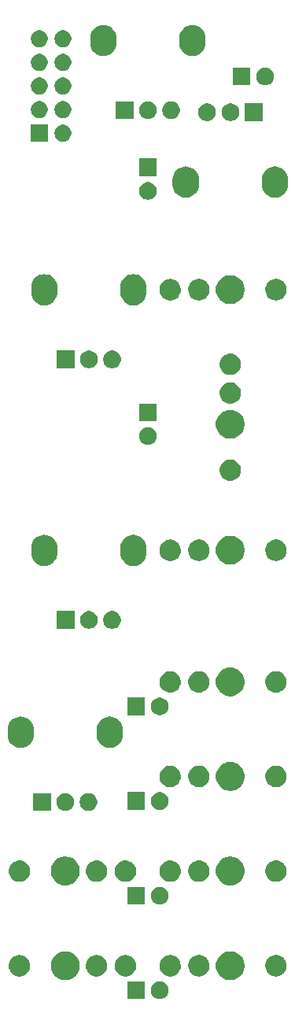
<source format=gbr>
G04 #@! TF.GenerationSoftware,KiCad,Pcbnew,(5.1.6-0-10_14)*
G04 #@! TF.CreationDate,2020-11-24T01:57:40-08:00*
G04 #@! TF.ProjectId,vcf-20,7663662d-3230-42e6-9b69-6361645f7063,rev?*
G04 #@! TF.SameCoordinates,Original*
G04 #@! TF.FileFunction,Soldermask,Top*
G04 #@! TF.FilePolarity,Negative*
%FSLAX46Y46*%
G04 Gerber Fmt 4.6, Leading zero omitted, Abs format (unit mm)*
G04 Created by KiCad (PCBNEW (5.1.6-0-10_14)) date 2020-11-24 01:57:40*
%MOMM*%
%LPD*%
G01*
G04 APERTURE LIST*
%ADD10C,0.100000*%
G04 APERTURE END LIST*
D10*
G36*
X16787395Y-116814546D02*
G01*
X16960466Y-116886234D01*
X16960467Y-116886235D01*
X17116227Y-116990310D01*
X17248690Y-117122773D01*
X17248691Y-117122775D01*
X17352766Y-117278534D01*
X17424454Y-117451605D01*
X17461000Y-117635333D01*
X17461000Y-117822667D01*
X17424454Y-118006395D01*
X17352766Y-118179466D01*
X17352765Y-118179467D01*
X17248690Y-118335227D01*
X17116227Y-118467690D01*
X17037818Y-118520081D01*
X16960466Y-118571766D01*
X16787395Y-118643454D01*
X16603667Y-118680000D01*
X16416333Y-118680000D01*
X16232605Y-118643454D01*
X16059534Y-118571766D01*
X15982182Y-118520081D01*
X15903773Y-118467690D01*
X15771310Y-118335227D01*
X15667235Y-118179467D01*
X15667234Y-118179466D01*
X15595546Y-118006395D01*
X15559000Y-117822667D01*
X15559000Y-117635333D01*
X15595546Y-117451605D01*
X15667234Y-117278534D01*
X15771309Y-117122775D01*
X15771310Y-117122773D01*
X15903773Y-116990310D01*
X16059533Y-116886235D01*
X16059534Y-116886234D01*
X16232605Y-116814546D01*
X16416333Y-116778000D01*
X16603667Y-116778000D01*
X16787395Y-116814546D01*
G37*
G36*
X14921000Y-118680000D02*
G01*
X13019000Y-118680000D01*
X13019000Y-116778000D01*
X14921000Y-116778000D01*
X14921000Y-118680000D01*
G37*
G36*
X24422585Y-113558802D02*
G01*
X24572410Y-113588604D01*
X24854674Y-113705521D01*
X25108705Y-113875259D01*
X25324741Y-114091295D01*
X25494479Y-114345326D01*
X25611396Y-114627590D01*
X25671000Y-114927240D01*
X25671000Y-115232760D01*
X25611396Y-115532410D01*
X25494479Y-115814674D01*
X25324741Y-116068705D01*
X25108705Y-116284741D01*
X24854674Y-116454479D01*
X24572410Y-116571396D01*
X24422585Y-116601198D01*
X24272761Y-116631000D01*
X23967239Y-116631000D01*
X23817415Y-116601198D01*
X23667590Y-116571396D01*
X23385326Y-116454479D01*
X23131295Y-116284741D01*
X22915259Y-116068705D01*
X22745521Y-115814674D01*
X22628604Y-115532410D01*
X22569000Y-115232760D01*
X22569000Y-114927240D01*
X22628604Y-114627590D01*
X22745521Y-114345326D01*
X22915259Y-114091295D01*
X23131295Y-113875259D01*
X23385326Y-113705521D01*
X23667590Y-113588604D01*
X23817415Y-113558802D01*
X23967239Y-113529000D01*
X24272761Y-113529000D01*
X24422585Y-113558802D01*
G37*
G36*
X6652585Y-113558802D02*
G01*
X6802410Y-113588604D01*
X7084674Y-113705521D01*
X7338705Y-113875259D01*
X7554741Y-114091295D01*
X7724479Y-114345326D01*
X7841396Y-114627590D01*
X7901000Y-114927240D01*
X7901000Y-115232760D01*
X7841396Y-115532410D01*
X7724479Y-115814674D01*
X7554741Y-116068705D01*
X7338705Y-116284741D01*
X7084674Y-116454479D01*
X6802410Y-116571396D01*
X6652585Y-116601198D01*
X6502761Y-116631000D01*
X6197239Y-116631000D01*
X6047415Y-116601198D01*
X5897590Y-116571396D01*
X5615326Y-116454479D01*
X5361295Y-116284741D01*
X5145259Y-116068705D01*
X4975521Y-115814674D01*
X4858604Y-115532410D01*
X4799000Y-115232760D01*
X4799000Y-114927240D01*
X4858604Y-114627590D01*
X4975521Y-114345326D01*
X5145259Y-114091295D01*
X5361295Y-113875259D01*
X5615326Y-113705521D01*
X5897590Y-113588604D01*
X6047415Y-113558802D01*
X6197239Y-113529000D01*
X6502761Y-113529000D01*
X6652585Y-113558802D01*
G37*
G36*
X9954549Y-113951116D02*
G01*
X10065734Y-113973232D01*
X10275203Y-114059997D01*
X10463720Y-114185960D01*
X10624040Y-114346280D01*
X10750003Y-114534797D01*
X10788440Y-114627591D01*
X10836768Y-114744267D01*
X10881000Y-114966635D01*
X10881000Y-115193365D01*
X10858884Y-115304549D01*
X10836768Y-115415734D01*
X10750003Y-115625203D01*
X10624040Y-115813720D01*
X10463720Y-115974040D01*
X10275203Y-116100003D01*
X10065734Y-116186768D01*
X9954549Y-116208884D01*
X9843365Y-116231000D01*
X9616635Y-116231000D01*
X9505451Y-116208884D01*
X9394266Y-116186768D01*
X9184797Y-116100003D01*
X8996280Y-115974040D01*
X8835960Y-115813720D01*
X8709997Y-115625203D01*
X8623232Y-115415734D01*
X8601116Y-115304549D01*
X8579000Y-115193365D01*
X8579000Y-114966635D01*
X8623232Y-114744267D01*
X8671561Y-114627591D01*
X8709997Y-114534797D01*
X8835960Y-114346280D01*
X8996280Y-114185960D01*
X9184797Y-114059997D01*
X9394266Y-113973232D01*
X9505451Y-113951116D01*
X9616635Y-113929000D01*
X9843365Y-113929000D01*
X9954549Y-113951116D01*
G37*
G36*
X1654549Y-113951116D02*
G01*
X1765734Y-113973232D01*
X1975203Y-114059997D01*
X2163720Y-114185960D01*
X2324040Y-114346280D01*
X2450003Y-114534797D01*
X2488440Y-114627591D01*
X2536768Y-114744267D01*
X2581000Y-114966635D01*
X2581000Y-115193365D01*
X2558884Y-115304549D01*
X2536768Y-115415734D01*
X2450003Y-115625203D01*
X2324040Y-115813720D01*
X2163720Y-115974040D01*
X1975203Y-116100003D01*
X1765734Y-116186768D01*
X1654549Y-116208884D01*
X1543365Y-116231000D01*
X1316635Y-116231000D01*
X1205451Y-116208884D01*
X1094266Y-116186768D01*
X884797Y-116100003D01*
X696280Y-115974040D01*
X535960Y-115813720D01*
X409997Y-115625203D01*
X323232Y-115415734D01*
X301116Y-115304549D01*
X279000Y-115193365D01*
X279000Y-114966635D01*
X323232Y-114744267D01*
X371561Y-114627591D01*
X409997Y-114534797D01*
X535960Y-114346280D01*
X696280Y-114185960D01*
X884797Y-114059997D01*
X1094266Y-113973232D01*
X1205451Y-113951116D01*
X1316635Y-113929000D01*
X1543365Y-113929000D01*
X1654549Y-113951116D01*
G37*
G36*
X29264549Y-113951116D02*
G01*
X29375734Y-113973232D01*
X29585203Y-114059997D01*
X29773720Y-114185960D01*
X29934040Y-114346280D01*
X30060003Y-114534797D01*
X30098440Y-114627591D01*
X30146768Y-114744267D01*
X30191000Y-114966635D01*
X30191000Y-115193365D01*
X30168884Y-115304549D01*
X30146768Y-115415734D01*
X30060003Y-115625203D01*
X29934040Y-115813720D01*
X29773720Y-115974040D01*
X29585203Y-116100003D01*
X29375734Y-116186768D01*
X29264549Y-116208884D01*
X29153365Y-116231000D01*
X28926635Y-116231000D01*
X28815451Y-116208884D01*
X28704266Y-116186768D01*
X28494797Y-116100003D01*
X28306280Y-115974040D01*
X28145960Y-115813720D01*
X28019997Y-115625203D01*
X27933232Y-115415734D01*
X27911116Y-115304549D01*
X27889000Y-115193365D01*
X27889000Y-114966635D01*
X27933232Y-114744267D01*
X27981561Y-114627591D01*
X28019997Y-114534797D01*
X28145960Y-114346280D01*
X28306280Y-114185960D01*
X28494797Y-114059997D01*
X28704266Y-113973232D01*
X28815451Y-113951116D01*
X28926635Y-113929000D01*
X29153365Y-113929000D01*
X29264549Y-113951116D01*
G37*
G36*
X17864549Y-113951116D02*
G01*
X17975734Y-113973232D01*
X18185203Y-114059997D01*
X18373720Y-114185960D01*
X18534040Y-114346280D01*
X18660003Y-114534797D01*
X18698440Y-114627591D01*
X18746768Y-114744267D01*
X18791000Y-114966635D01*
X18791000Y-115193365D01*
X18768884Y-115304549D01*
X18746768Y-115415734D01*
X18660003Y-115625203D01*
X18534040Y-115813720D01*
X18373720Y-115974040D01*
X18185203Y-116100003D01*
X17975734Y-116186768D01*
X17864549Y-116208884D01*
X17753365Y-116231000D01*
X17526635Y-116231000D01*
X17415451Y-116208884D01*
X17304266Y-116186768D01*
X17094797Y-116100003D01*
X16906280Y-115974040D01*
X16745960Y-115813720D01*
X16619997Y-115625203D01*
X16533232Y-115415734D01*
X16511116Y-115304549D01*
X16489000Y-115193365D01*
X16489000Y-114966635D01*
X16533232Y-114744267D01*
X16581561Y-114627591D01*
X16619997Y-114534797D01*
X16745960Y-114346280D01*
X16906280Y-114185960D01*
X17094797Y-114059997D01*
X17304266Y-113973232D01*
X17415451Y-113951116D01*
X17526635Y-113929000D01*
X17753365Y-113929000D01*
X17864549Y-113951116D01*
G37*
G36*
X20964549Y-113951116D02*
G01*
X21075734Y-113973232D01*
X21285203Y-114059997D01*
X21473720Y-114185960D01*
X21634040Y-114346280D01*
X21760003Y-114534797D01*
X21798440Y-114627591D01*
X21846768Y-114744267D01*
X21891000Y-114966635D01*
X21891000Y-115193365D01*
X21868884Y-115304549D01*
X21846768Y-115415734D01*
X21760003Y-115625203D01*
X21634040Y-115813720D01*
X21473720Y-115974040D01*
X21285203Y-116100003D01*
X21075734Y-116186768D01*
X20964549Y-116208884D01*
X20853365Y-116231000D01*
X20626635Y-116231000D01*
X20515451Y-116208884D01*
X20404266Y-116186768D01*
X20194797Y-116100003D01*
X20006280Y-115974040D01*
X19845960Y-115813720D01*
X19719997Y-115625203D01*
X19633232Y-115415734D01*
X19611116Y-115304549D01*
X19589000Y-115193365D01*
X19589000Y-114966635D01*
X19633232Y-114744267D01*
X19681561Y-114627591D01*
X19719997Y-114534797D01*
X19845960Y-114346280D01*
X20006280Y-114185960D01*
X20194797Y-114059997D01*
X20404266Y-113973232D01*
X20515451Y-113951116D01*
X20626635Y-113929000D01*
X20853365Y-113929000D01*
X20964549Y-113951116D01*
G37*
G36*
X13054549Y-113951116D02*
G01*
X13165734Y-113973232D01*
X13375203Y-114059997D01*
X13563720Y-114185960D01*
X13724040Y-114346280D01*
X13850003Y-114534797D01*
X13888440Y-114627591D01*
X13936768Y-114744267D01*
X13981000Y-114966635D01*
X13981000Y-115193365D01*
X13958884Y-115304549D01*
X13936768Y-115415734D01*
X13850003Y-115625203D01*
X13724040Y-115813720D01*
X13563720Y-115974040D01*
X13375203Y-116100003D01*
X13165734Y-116186768D01*
X13054549Y-116208884D01*
X12943365Y-116231000D01*
X12716635Y-116231000D01*
X12605451Y-116208884D01*
X12494266Y-116186768D01*
X12284797Y-116100003D01*
X12096280Y-115974040D01*
X11935960Y-115813720D01*
X11809997Y-115625203D01*
X11723232Y-115415734D01*
X11701116Y-115304549D01*
X11679000Y-115193365D01*
X11679000Y-114966635D01*
X11723232Y-114744267D01*
X11771561Y-114627591D01*
X11809997Y-114534797D01*
X11935960Y-114346280D01*
X12096280Y-114185960D01*
X12284797Y-114059997D01*
X12494266Y-113973232D01*
X12605451Y-113951116D01*
X12716635Y-113929000D01*
X12943365Y-113929000D01*
X13054549Y-113951116D01*
G37*
G36*
X16787395Y-106634546D02*
G01*
X16960466Y-106706234D01*
X16960467Y-106706235D01*
X17116227Y-106810310D01*
X17248690Y-106942773D01*
X17248691Y-106942775D01*
X17352766Y-107098534D01*
X17424454Y-107271605D01*
X17461000Y-107455333D01*
X17461000Y-107642667D01*
X17424454Y-107826395D01*
X17352766Y-107999466D01*
X17352765Y-107999467D01*
X17248690Y-108155227D01*
X17116227Y-108287690D01*
X17037818Y-108340081D01*
X16960466Y-108391766D01*
X16787395Y-108463454D01*
X16603667Y-108500000D01*
X16416333Y-108500000D01*
X16232605Y-108463454D01*
X16059534Y-108391766D01*
X15982182Y-108340081D01*
X15903773Y-108287690D01*
X15771310Y-108155227D01*
X15667235Y-107999467D01*
X15667234Y-107999466D01*
X15595546Y-107826395D01*
X15559000Y-107642667D01*
X15559000Y-107455333D01*
X15595546Y-107271605D01*
X15667234Y-107098534D01*
X15771309Y-106942775D01*
X15771310Y-106942773D01*
X15903773Y-106810310D01*
X16059533Y-106706235D01*
X16059534Y-106706234D01*
X16232605Y-106634546D01*
X16416333Y-106598000D01*
X16603667Y-106598000D01*
X16787395Y-106634546D01*
G37*
G36*
X14921000Y-108500000D02*
G01*
X13019000Y-108500000D01*
X13019000Y-106598000D01*
X14921000Y-106598000D01*
X14921000Y-108500000D01*
G37*
G36*
X6652585Y-103378802D02*
G01*
X6802410Y-103408604D01*
X7084674Y-103525521D01*
X7338705Y-103695259D01*
X7554741Y-103911295D01*
X7724479Y-104165326D01*
X7841396Y-104447590D01*
X7901000Y-104747240D01*
X7901000Y-105052760D01*
X7841396Y-105352410D01*
X7724479Y-105634674D01*
X7554741Y-105888705D01*
X7338705Y-106104741D01*
X7084674Y-106274479D01*
X6802410Y-106391396D01*
X6652585Y-106421198D01*
X6502761Y-106451000D01*
X6197239Y-106451000D01*
X6047415Y-106421198D01*
X5897590Y-106391396D01*
X5615326Y-106274479D01*
X5361295Y-106104741D01*
X5145259Y-105888705D01*
X4975521Y-105634674D01*
X4858604Y-105352410D01*
X4799000Y-105052760D01*
X4799000Y-104747240D01*
X4858604Y-104447590D01*
X4975521Y-104165326D01*
X5145259Y-103911295D01*
X5361295Y-103695259D01*
X5615326Y-103525521D01*
X5897590Y-103408604D01*
X6047415Y-103378802D01*
X6197239Y-103349000D01*
X6502761Y-103349000D01*
X6652585Y-103378802D01*
G37*
G36*
X24422585Y-103378802D02*
G01*
X24572410Y-103408604D01*
X24854674Y-103525521D01*
X25108705Y-103695259D01*
X25324741Y-103911295D01*
X25494479Y-104165326D01*
X25611396Y-104447590D01*
X25671000Y-104747240D01*
X25671000Y-105052760D01*
X25611396Y-105352410D01*
X25494479Y-105634674D01*
X25324741Y-105888705D01*
X25108705Y-106104741D01*
X24854674Y-106274479D01*
X24572410Y-106391396D01*
X24422585Y-106421198D01*
X24272761Y-106451000D01*
X23967239Y-106451000D01*
X23817415Y-106421198D01*
X23667590Y-106391396D01*
X23385326Y-106274479D01*
X23131295Y-106104741D01*
X22915259Y-105888705D01*
X22745521Y-105634674D01*
X22628604Y-105352410D01*
X22569000Y-105052760D01*
X22569000Y-104747240D01*
X22628604Y-104447590D01*
X22745521Y-104165326D01*
X22915259Y-103911295D01*
X23131295Y-103695259D01*
X23385326Y-103525521D01*
X23667590Y-103408604D01*
X23817415Y-103378802D01*
X23967239Y-103349000D01*
X24272761Y-103349000D01*
X24422585Y-103378802D01*
G37*
G36*
X17864549Y-103771116D02*
G01*
X17975734Y-103793232D01*
X18185203Y-103879997D01*
X18373720Y-104005960D01*
X18534040Y-104166280D01*
X18660003Y-104354797D01*
X18698440Y-104447591D01*
X18746768Y-104564267D01*
X18791000Y-104786635D01*
X18791000Y-105013365D01*
X18768884Y-105124549D01*
X18746768Y-105235734D01*
X18660003Y-105445203D01*
X18534040Y-105633720D01*
X18373720Y-105794040D01*
X18185203Y-105920003D01*
X17975734Y-106006768D01*
X17864549Y-106028884D01*
X17753365Y-106051000D01*
X17526635Y-106051000D01*
X17415451Y-106028884D01*
X17304266Y-106006768D01*
X17094797Y-105920003D01*
X16906280Y-105794040D01*
X16745960Y-105633720D01*
X16619997Y-105445203D01*
X16533232Y-105235734D01*
X16511116Y-105124549D01*
X16489000Y-105013365D01*
X16489000Y-104786635D01*
X16533232Y-104564267D01*
X16581561Y-104447591D01*
X16619997Y-104354797D01*
X16745960Y-104166280D01*
X16906280Y-104005960D01*
X17094797Y-103879997D01*
X17304266Y-103793232D01*
X17415451Y-103771116D01*
X17526635Y-103749000D01*
X17753365Y-103749000D01*
X17864549Y-103771116D01*
G37*
G36*
X13054549Y-103771116D02*
G01*
X13165734Y-103793232D01*
X13375203Y-103879997D01*
X13563720Y-104005960D01*
X13724040Y-104166280D01*
X13850003Y-104354797D01*
X13888440Y-104447591D01*
X13936768Y-104564267D01*
X13981000Y-104786635D01*
X13981000Y-105013365D01*
X13958884Y-105124549D01*
X13936768Y-105235734D01*
X13850003Y-105445203D01*
X13724040Y-105633720D01*
X13563720Y-105794040D01*
X13375203Y-105920003D01*
X13165734Y-106006768D01*
X13054549Y-106028884D01*
X12943365Y-106051000D01*
X12716635Y-106051000D01*
X12605451Y-106028884D01*
X12494266Y-106006768D01*
X12284797Y-105920003D01*
X12096280Y-105794040D01*
X11935960Y-105633720D01*
X11809997Y-105445203D01*
X11723232Y-105235734D01*
X11701116Y-105124549D01*
X11679000Y-105013365D01*
X11679000Y-104786635D01*
X11723232Y-104564267D01*
X11771561Y-104447591D01*
X11809997Y-104354797D01*
X11935960Y-104166280D01*
X12096280Y-104005960D01*
X12284797Y-103879997D01*
X12494266Y-103793232D01*
X12605451Y-103771116D01*
X12716635Y-103749000D01*
X12943365Y-103749000D01*
X13054549Y-103771116D01*
G37*
G36*
X9954549Y-103771116D02*
G01*
X10065734Y-103793232D01*
X10275203Y-103879997D01*
X10463720Y-104005960D01*
X10624040Y-104166280D01*
X10750003Y-104354797D01*
X10788440Y-104447591D01*
X10836768Y-104564267D01*
X10881000Y-104786635D01*
X10881000Y-105013365D01*
X10858884Y-105124549D01*
X10836768Y-105235734D01*
X10750003Y-105445203D01*
X10624040Y-105633720D01*
X10463720Y-105794040D01*
X10275203Y-105920003D01*
X10065734Y-106006768D01*
X9954549Y-106028884D01*
X9843365Y-106051000D01*
X9616635Y-106051000D01*
X9505451Y-106028884D01*
X9394266Y-106006768D01*
X9184797Y-105920003D01*
X8996280Y-105794040D01*
X8835960Y-105633720D01*
X8709997Y-105445203D01*
X8623232Y-105235734D01*
X8601116Y-105124549D01*
X8579000Y-105013365D01*
X8579000Y-104786635D01*
X8623232Y-104564267D01*
X8671561Y-104447591D01*
X8709997Y-104354797D01*
X8835960Y-104166280D01*
X8996280Y-104005960D01*
X9184797Y-103879997D01*
X9394266Y-103793232D01*
X9505451Y-103771116D01*
X9616635Y-103749000D01*
X9843365Y-103749000D01*
X9954549Y-103771116D01*
G37*
G36*
X20964549Y-103771116D02*
G01*
X21075734Y-103793232D01*
X21285203Y-103879997D01*
X21473720Y-104005960D01*
X21634040Y-104166280D01*
X21760003Y-104354797D01*
X21798440Y-104447591D01*
X21846768Y-104564267D01*
X21891000Y-104786635D01*
X21891000Y-105013365D01*
X21868884Y-105124549D01*
X21846768Y-105235734D01*
X21760003Y-105445203D01*
X21634040Y-105633720D01*
X21473720Y-105794040D01*
X21285203Y-105920003D01*
X21075734Y-106006768D01*
X20964549Y-106028884D01*
X20853365Y-106051000D01*
X20626635Y-106051000D01*
X20515451Y-106028884D01*
X20404266Y-106006768D01*
X20194797Y-105920003D01*
X20006280Y-105794040D01*
X19845960Y-105633720D01*
X19719997Y-105445203D01*
X19633232Y-105235734D01*
X19611116Y-105124549D01*
X19589000Y-105013365D01*
X19589000Y-104786635D01*
X19633232Y-104564267D01*
X19681561Y-104447591D01*
X19719997Y-104354797D01*
X19845960Y-104166280D01*
X20006280Y-104005960D01*
X20194797Y-103879997D01*
X20404266Y-103793232D01*
X20515451Y-103771116D01*
X20626635Y-103749000D01*
X20853365Y-103749000D01*
X20964549Y-103771116D01*
G37*
G36*
X1654549Y-103771116D02*
G01*
X1765734Y-103793232D01*
X1975203Y-103879997D01*
X2163720Y-104005960D01*
X2324040Y-104166280D01*
X2450003Y-104354797D01*
X2488440Y-104447591D01*
X2536768Y-104564267D01*
X2581000Y-104786635D01*
X2581000Y-105013365D01*
X2558884Y-105124549D01*
X2536768Y-105235734D01*
X2450003Y-105445203D01*
X2324040Y-105633720D01*
X2163720Y-105794040D01*
X1975203Y-105920003D01*
X1765734Y-106006768D01*
X1654549Y-106028884D01*
X1543365Y-106051000D01*
X1316635Y-106051000D01*
X1205451Y-106028884D01*
X1094266Y-106006768D01*
X884797Y-105920003D01*
X696280Y-105794040D01*
X535960Y-105633720D01*
X409997Y-105445203D01*
X323232Y-105235734D01*
X301116Y-105124549D01*
X279000Y-105013365D01*
X279000Y-104786635D01*
X323232Y-104564267D01*
X371561Y-104447591D01*
X409997Y-104354797D01*
X535960Y-104166280D01*
X696280Y-104005960D01*
X884797Y-103879997D01*
X1094266Y-103793232D01*
X1205451Y-103771116D01*
X1316635Y-103749000D01*
X1543365Y-103749000D01*
X1654549Y-103771116D01*
G37*
G36*
X29264549Y-103771116D02*
G01*
X29375734Y-103793232D01*
X29585203Y-103879997D01*
X29773720Y-104005960D01*
X29934040Y-104166280D01*
X30060003Y-104354797D01*
X30098440Y-104447591D01*
X30146768Y-104564267D01*
X30191000Y-104786635D01*
X30191000Y-105013365D01*
X30168884Y-105124549D01*
X30146768Y-105235734D01*
X30060003Y-105445203D01*
X29934040Y-105633720D01*
X29773720Y-105794040D01*
X29585203Y-105920003D01*
X29375734Y-106006768D01*
X29264549Y-106028884D01*
X29153365Y-106051000D01*
X28926635Y-106051000D01*
X28815451Y-106028884D01*
X28704266Y-106006768D01*
X28494797Y-105920003D01*
X28306280Y-105794040D01*
X28145960Y-105633720D01*
X28019997Y-105445203D01*
X27933232Y-105235734D01*
X27911116Y-105124549D01*
X27889000Y-105013365D01*
X27889000Y-104786635D01*
X27933232Y-104564267D01*
X27981561Y-104447591D01*
X28019997Y-104354797D01*
X28145960Y-104166280D01*
X28306280Y-104005960D01*
X28494797Y-103879997D01*
X28704266Y-103793232D01*
X28815451Y-103771116D01*
X28926635Y-103749000D01*
X29153365Y-103749000D01*
X29264549Y-103771116D01*
G37*
G36*
X9127395Y-96545546D02*
G01*
X9300466Y-96617234D01*
X9377818Y-96668919D01*
X9456227Y-96721310D01*
X9588690Y-96853773D01*
X9588691Y-96853775D01*
X9692766Y-97009534D01*
X9764454Y-97182605D01*
X9801000Y-97366333D01*
X9801000Y-97553667D01*
X9764454Y-97737395D01*
X9692766Y-97910466D01*
X9692765Y-97910467D01*
X9588690Y-98066227D01*
X9456227Y-98198690D01*
X9436657Y-98211766D01*
X9300466Y-98302766D01*
X9127395Y-98374454D01*
X8943667Y-98411000D01*
X8756333Y-98411000D01*
X8572605Y-98374454D01*
X8399534Y-98302766D01*
X8263343Y-98211766D01*
X8243773Y-98198690D01*
X8111310Y-98066227D01*
X8007235Y-97910467D01*
X8007234Y-97910466D01*
X7935546Y-97737395D01*
X7899000Y-97553667D01*
X7899000Y-97366333D01*
X7935546Y-97182605D01*
X8007234Y-97009534D01*
X8111309Y-96853775D01*
X8111310Y-96853773D01*
X8243773Y-96721310D01*
X8322182Y-96668919D01*
X8399534Y-96617234D01*
X8572605Y-96545546D01*
X8756333Y-96509000D01*
X8943667Y-96509000D01*
X9127395Y-96545546D01*
G37*
G36*
X4801000Y-98411000D02*
G01*
X2899000Y-98411000D01*
X2899000Y-96509000D01*
X4801000Y-96509000D01*
X4801000Y-98411000D01*
G37*
G36*
X6627395Y-96545546D02*
G01*
X6800466Y-96617234D01*
X6877818Y-96668919D01*
X6956227Y-96721310D01*
X7088690Y-96853773D01*
X7088691Y-96853775D01*
X7192766Y-97009534D01*
X7264454Y-97182605D01*
X7301000Y-97366333D01*
X7301000Y-97553667D01*
X7264454Y-97737395D01*
X7192766Y-97910466D01*
X7192765Y-97910467D01*
X7088690Y-98066227D01*
X6956227Y-98198690D01*
X6936657Y-98211766D01*
X6800466Y-98302766D01*
X6627395Y-98374454D01*
X6443667Y-98411000D01*
X6256333Y-98411000D01*
X6072605Y-98374454D01*
X5899534Y-98302766D01*
X5763343Y-98211766D01*
X5743773Y-98198690D01*
X5611310Y-98066227D01*
X5507235Y-97910467D01*
X5507234Y-97910466D01*
X5435546Y-97737395D01*
X5399000Y-97553667D01*
X5399000Y-97366333D01*
X5435546Y-97182605D01*
X5507234Y-97009534D01*
X5611309Y-96853775D01*
X5611310Y-96853773D01*
X5743773Y-96721310D01*
X5822182Y-96668919D01*
X5899534Y-96617234D01*
X6072605Y-96545546D01*
X6256333Y-96509000D01*
X6443667Y-96509000D01*
X6627395Y-96545546D01*
G37*
G36*
X14921000Y-98320000D02*
G01*
X13019000Y-98320000D01*
X13019000Y-96418000D01*
X14921000Y-96418000D01*
X14921000Y-98320000D01*
G37*
G36*
X16787395Y-96454546D02*
G01*
X16960466Y-96526234D01*
X16960467Y-96526235D01*
X17116227Y-96630310D01*
X17248690Y-96762773D01*
X17248691Y-96762775D01*
X17352766Y-96918534D01*
X17424454Y-97091605D01*
X17461000Y-97275333D01*
X17461000Y-97462667D01*
X17424454Y-97646395D01*
X17352766Y-97819466D01*
X17352765Y-97819467D01*
X17248690Y-97975227D01*
X17116227Y-98107690D01*
X17037818Y-98160081D01*
X16960466Y-98211766D01*
X16787395Y-98283454D01*
X16603667Y-98320000D01*
X16416333Y-98320000D01*
X16232605Y-98283454D01*
X16059534Y-98211766D01*
X15982182Y-98160081D01*
X15903773Y-98107690D01*
X15771310Y-97975227D01*
X15667235Y-97819467D01*
X15667234Y-97819466D01*
X15595546Y-97646395D01*
X15559000Y-97462667D01*
X15559000Y-97275333D01*
X15595546Y-97091605D01*
X15667234Y-96918534D01*
X15771309Y-96762775D01*
X15771310Y-96762773D01*
X15903773Y-96630310D01*
X16059533Y-96526235D01*
X16059534Y-96526234D01*
X16232605Y-96454546D01*
X16416333Y-96418000D01*
X16603667Y-96418000D01*
X16787395Y-96454546D01*
G37*
G36*
X24422585Y-93198802D02*
G01*
X24572410Y-93228604D01*
X24854674Y-93345521D01*
X25108705Y-93515259D01*
X25324741Y-93731295D01*
X25494479Y-93985326D01*
X25611396Y-94267590D01*
X25671000Y-94567240D01*
X25671000Y-94872760D01*
X25611396Y-95172410D01*
X25494479Y-95454674D01*
X25324741Y-95708705D01*
X25108705Y-95924741D01*
X24854674Y-96094479D01*
X24572410Y-96211396D01*
X24422585Y-96241198D01*
X24272761Y-96271000D01*
X23967239Y-96271000D01*
X23817415Y-96241198D01*
X23667590Y-96211396D01*
X23385326Y-96094479D01*
X23131295Y-95924741D01*
X22915259Y-95708705D01*
X22745521Y-95454674D01*
X22628604Y-95172410D01*
X22569000Y-94872760D01*
X22569000Y-94567240D01*
X22628604Y-94267590D01*
X22745521Y-93985326D01*
X22915259Y-93731295D01*
X23131295Y-93515259D01*
X23385326Y-93345521D01*
X23667590Y-93228604D01*
X23817415Y-93198802D01*
X23967239Y-93169000D01*
X24272761Y-93169000D01*
X24422585Y-93198802D01*
G37*
G36*
X29264549Y-93591116D02*
G01*
X29375734Y-93613232D01*
X29585203Y-93699997D01*
X29773720Y-93825960D01*
X29934040Y-93986280D01*
X30060003Y-94174797D01*
X30098440Y-94267591D01*
X30146768Y-94384267D01*
X30191000Y-94606635D01*
X30191000Y-94833365D01*
X30168884Y-94944549D01*
X30146768Y-95055734D01*
X30060003Y-95265203D01*
X29934040Y-95453720D01*
X29773720Y-95614040D01*
X29585203Y-95740003D01*
X29375734Y-95826768D01*
X29264549Y-95848884D01*
X29153365Y-95871000D01*
X28926635Y-95871000D01*
X28815451Y-95848884D01*
X28704266Y-95826768D01*
X28494797Y-95740003D01*
X28306280Y-95614040D01*
X28145960Y-95453720D01*
X28019997Y-95265203D01*
X27933232Y-95055734D01*
X27911116Y-94944549D01*
X27889000Y-94833365D01*
X27889000Y-94606635D01*
X27933232Y-94384267D01*
X27981561Y-94267591D01*
X28019997Y-94174797D01*
X28145960Y-93986280D01*
X28306280Y-93825960D01*
X28494797Y-93699997D01*
X28704266Y-93613232D01*
X28815451Y-93591116D01*
X28926635Y-93569000D01*
X29153365Y-93569000D01*
X29264549Y-93591116D01*
G37*
G36*
X20964549Y-93591116D02*
G01*
X21075734Y-93613232D01*
X21285203Y-93699997D01*
X21473720Y-93825960D01*
X21634040Y-93986280D01*
X21760003Y-94174797D01*
X21798440Y-94267591D01*
X21846768Y-94384267D01*
X21891000Y-94606635D01*
X21891000Y-94833365D01*
X21868884Y-94944549D01*
X21846768Y-95055734D01*
X21760003Y-95265203D01*
X21634040Y-95453720D01*
X21473720Y-95614040D01*
X21285203Y-95740003D01*
X21075734Y-95826768D01*
X20964549Y-95848884D01*
X20853365Y-95871000D01*
X20626635Y-95871000D01*
X20515451Y-95848884D01*
X20404266Y-95826768D01*
X20194797Y-95740003D01*
X20006280Y-95614040D01*
X19845960Y-95453720D01*
X19719997Y-95265203D01*
X19633232Y-95055734D01*
X19611116Y-94944549D01*
X19589000Y-94833365D01*
X19589000Y-94606635D01*
X19633232Y-94384267D01*
X19681561Y-94267591D01*
X19719997Y-94174797D01*
X19845960Y-93986280D01*
X20006280Y-93825960D01*
X20194797Y-93699997D01*
X20404266Y-93613232D01*
X20515451Y-93591116D01*
X20626635Y-93569000D01*
X20853365Y-93569000D01*
X20964549Y-93591116D01*
G37*
G36*
X17864549Y-93591116D02*
G01*
X17975734Y-93613232D01*
X18185203Y-93699997D01*
X18373720Y-93825960D01*
X18534040Y-93986280D01*
X18660003Y-94174797D01*
X18698440Y-94267591D01*
X18746768Y-94384267D01*
X18791000Y-94606635D01*
X18791000Y-94833365D01*
X18768884Y-94944549D01*
X18746768Y-95055734D01*
X18660003Y-95265203D01*
X18534040Y-95453720D01*
X18373720Y-95614040D01*
X18185203Y-95740003D01*
X17975734Y-95826768D01*
X17864549Y-95848884D01*
X17753365Y-95871000D01*
X17526635Y-95871000D01*
X17415451Y-95848884D01*
X17304266Y-95826768D01*
X17094797Y-95740003D01*
X16906280Y-95614040D01*
X16745960Y-95453720D01*
X16619997Y-95265203D01*
X16533232Y-95055734D01*
X16511116Y-94944549D01*
X16489000Y-94833365D01*
X16489000Y-94606635D01*
X16533232Y-94384267D01*
X16581561Y-94267591D01*
X16619997Y-94174797D01*
X16745960Y-93986280D01*
X16906280Y-93825960D01*
X17094797Y-93699997D01*
X17304266Y-93613232D01*
X17415451Y-93591116D01*
X17526635Y-93569000D01*
X17753365Y-93569000D01*
X17864549Y-93591116D01*
G37*
G36*
X11426604Y-88309416D02*
G01*
X11692579Y-88390099D01*
X11692581Y-88390100D01*
X11937701Y-88521119D01*
X12152556Y-88697444D01*
X12328881Y-88912299D01*
X12459900Y-89157418D01*
X12459900Y-89157419D01*
X12459901Y-89157421D01*
X12540584Y-89423397D01*
X12561000Y-89630685D01*
X12561000Y-90289316D01*
X12540584Y-90496604D01*
X12459901Y-90762578D01*
X12459900Y-90762581D01*
X12328881Y-91007701D01*
X12152556Y-91222556D01*
X11937700Y-91398881D01*
X11692580Y-91529900D01*
X11692578Y-91529901D01*
X11426603Y-91610584D01*
X11150000Y-91637827D01*
X10873396Y-91610584D01*
X10607421Y-91529901D01*
X10607419Y-91529900D01*
X10362299Y-91398881D01*
X10147444Y-91222556D01*
X9971119Y-91007700D01*
X9840100Y-90762580D01*
X9840099Y-90762578D01*
X9759416Y-90496603D01*
X9739000Y-90289315D01*
X9739000Y-89630684D01*
X9759416Y-89423396D01*
X9840099Y-89157421D01*
X9971120Y-88912298D01*
X10147444Y-88697444D01*
X10362300Y-88521119D01*
X10607420Y-88390100D01*
X10607422Y-88390099D01*
X10873397Y-88309416D01*
X11150000Y-88282173D01*
X11426604Y-88309416D01*
G37*
G36*
X1826604Y-88309416D02*
G01*
X2092579Y-88390099D01*
X2092581Y-88390100D01*
X2337701Y-88521119D01*
X2552556Y-88697444D01*
X2728881Y-88912299D01*
X2859900Y-89157418D01*
X2859900Y-89157419D01*
X2859901Y-89157421D01*
X2940584Y-89423397D01*
X2961000Y-89630685D01*
X2961000Y-90289316D01*
X2940584Y-90496604D01*
X2859901Y-90762578D01*
X2859900Y-90762581D01*
X2728881Y-91007701D01*
X2552556Y-91222556D01*
X2337700Y-91398881D01*
X2092580Y-91529900D01*
X2092578Y-91529901D01*
X1826603Y-91610584D01*
X1550000Y-91637827D01*
X1273396Y-91610584D01*
X1007421Y-91529901D01*
X1007419Y-91529900D01*
X762299Y-91398881D01*
X547444Y-91222556D01*
X371119Y-91007700D01*
X240100Y-90762580D01*
X240099Y-90762578D01*
X159416Y-90496603D01*
X139000Y-90289315D01*
X139000Y-89630684D01*
X159416Y-89423396D01*
X240099Y-89157421D01*
X371120Y-88912298D01*
X547444Y-88697444D01*
X762300Y-88521119D01*
X1007420Y-88390100D01*
X1007422Y-88390099D01*
X1273397Y-88309416D01*
X1550000Y-88282173D01*
X1826604Y-88309416D01*
G37*
G36*
X14921000Y-88140000D02*
G01*
X13019000Y-88140000D01*
X13019000Y-86238000D01*
X14921000Y-86238000D01*
X14921000Y-88140000D01*
G37*
G36*
X16787395Y-86274546D02*
G01*
X16960466Y-86346234D01*
X16960467Y-86346235D01*
X17116227Y-86450310D01*
X17248690Y-86582773D01*
X17248691Y-86582775D01*
X17352766Y-86738534D01*
X17424454Y-86911605D01*
X17461000Y-87095333D01*
X17461000Y-87282667D01*
X17424454Y-87466395D01*
X17352766Y-87639466D01*
X17352765Y-87639467D01*
X17248690Y-87795227D01*
X17116227Y-87927690D01*
X17037818Y-87980081D01*
X16960466Y-88031766D01*
X16787395Y-88103454D01*
X16603667Y-88140000D01*
X16416333Y-88140000D01*
X16232605Y-88103454D01*
X16059534Y-88031766D01*
X15982182Y-87980081D01*
X15903773Y-87927690D01*
X15771310Y-87795227D01*
X15667235Y-87639467D01*
X15667234Y-87639466D01*
X15595546Y-87466395D01*
X15559000Y-87282667D01*
X15559000Y-87095333D01*
X15595546Y-86911605D01*
X15667234Y-86738534D01*
X15771309Y-86582775D01*
X15771310Y-86582773D01*
X15903773Y-86450310D01*
X16059533Y-86346235D01*
X16059534Y-86346234D01*
X16232605Y-86274546D01*
X16416333Y-86238000D01*
X16603667Y-86238000D01*
X16787395Y-86274546D01*
G37*
G36*
X24422585Y-83018802D02*
G01*
X24572410Y-83048604D01*
X24854674Y-83165521D01*
X25108705Y-83335259D01*
X25324741Y-83551295D01*
X25494479Y-83805326D01*
X25611396Y-84087590D01*
X25671000Y-84387240D01*
X25671000Y-84692760D01*
X25611396Y-84992410D01*
X25494479Y-85274674D01*
X25324741Y-85528705D01*
X25108705Y-85744741D01*
X24854674Y-85914479D01*
X24572410Y-86031396D01*
X24422585Y-86061198D01*
X24272761Y-86091000D01*
X23967239Y-86091000D01*
X23817415Y-86061198D01*
X23667590Y-86031396D01*
X23385326Y-85914479D01*
X23131295Y-85744741D01*
X22915259Y-85528705D01*
X22745521Y-85274674D01*
X22628604Y-84992410D01*
X22569000Y-84692760D01*
X22569000Y-84387240D01*
X22628604Y-84087590D01*
X22745521Y-83805326D01*
X22915259Y-83551295D01*
X23131295Y-83335259D01*
X23385326Y-83165521D01*
X23667590Y-83048604D01*
X23817415Y-83018802D01*
X23967239Y-82989000D01*
X24272761Y-82989000D01*
X24422585Y-83018802D01*
G37*
G36*
X17864549Y-83411116D02*
G01*
X17975734Y-83433232D01*
X18185203Y-83519997D01*
X18373720Y-83645960D01*
X18534040Y-83806280D01*
X18660003Y-83994797D01*
X18698440Y-84087591D01*
X18746768Y-84204267D01*
X18791000Y-84426635D01*
X18791000Y-84653365D01*
X18768884Y-84764549D01*
X18746768Y-84875734D01*
X18660003Y-85085203D01*
X18534040Y-85273720D01*
X18373720Y-85434040D01*
X18185203Y-85560003D01*
X17975734Y-85646768D01*
X17864549Y-85668884D01*
X17753365Y-85691000D01*
X17526635Y-85691000D01*
X17415451Y-85668884D01*
X17304266Y-85646768D01*
X17094797Y-85560003D01*
X16906280Y-85434040D01*
X16745960Y-85273720D01*
X16619997Y-85085203D01*
X16533232Y-84875734D01*
X16511116Y-84764549D01*
X16489000Y-84653365D01*
X16489000Y-84426635D01*
X16533232Y-84204267D01*
X16581561Y-84087591D01*
X16619997Y-83994797D01*
X16745960Y-83806280D01*
X16906280Y-83645960D01*
X17094797Y-83519997D01*
X17304266Y-83433232D01*
X17415451Y-83411116D01*
X17526635Y-83389000D01*
X17753365Y-83389000D01*
X17864549Y-83411116D01*
G37*
G36*
X20964549Y-83411116D02*
G01*
X21075734Y-83433232D01*
X21285203Y-83519997D01*
X21473720Y-83645960D01*
X21634040Y-83806280D01*
X21760003Y-83994797D01*
X21798440Y-84087591D01*
X21846768Y-84204267D01*
X21891000Y-84426635D01*
X21891000Y-84653365D01*
X21868884Y-84764549D01*
X21846768Y-84875734D01*
X21760003Y-85085203D01*
X21634040Y-85273720D01*
X21473720Y-85434040D01*
X21285203Y-85560003D01*
X21075734Y-85646768D01*
X20964549Y-85668884D01*
X20853365Y-85691000D01*
X20626635Y-85691000D01*
X20515451Y-85668884D01*
X20404266Y-85646768D01*
X20194797Y-85560003D01*
X20006280Y-85434040D01*
X19845960Y-85273720D01*
X19719997Y-85085203D01*
X19633232Y-84875734D01*
X19611116Y-84764549D01*
X19589000Y-84653365D01*
X19589000Y-84426635D01*
X19633232Y-84204267D01*
X19681561Y-84087591D01*
X19719997Y-83994797D01*
X19845960Y-83806280D01*
X20006280Y-83645960D01*
X20194797Y-83519997D01*
X20404266Y-83433232D01*
X20515451Y-83411116D01*
X20626635Y-83389000D01*
X20853365Y-83389000D01*
X20964549Y-83411116D01*
G37*
G36*
X29264549Y-83411116D02*
G01*
X29375734Y-83433232D01*
X29585203Y-83519997D01*
X29773720Y-83645960D01*
X29934040Y-83806280D01*
X30060003Y-83994797D01*
X30098440Y-84087591D01*
X30146768Y-84204267D01*
X30191000Y-84426635D01*
X30191000Y-84653365D01*
X30168884Y-84764549D01*
X30146768Y-84875734D01*
X30060003Y-85085203D01*
X29934040Y-85273720D01*
X29773720Y-85434040D01*
X29585203Y-85560003D01*
X29375734Y-85646768D01*
X29264549Y-85668884D01*
X29153365Y-85691000D01*
X28926635Y-85691000D01*
X28815451Y-85668884D01*
X28704266Y-85646768D01*
X28494797Y-85560003D01*
X28306280Y-85434040D01*
X28145960Y-85273720D01*
X28019997Y-85085203D01*
X27933232Y-84875734D01*
X27911116Y-84764549D01*
X27889000Y-84653365D01*
X27889000Y-84426635D01*
X27933232Y-84204267D01*
X27981561Y-84087591D01*
X28019997Y-83994797D01*
X28145960Y-83806280D01*
X28306280Y-83645960D01*
X28494797Y-83519997D01*
X28704266Y-83433232D01*
X28815451Y-83411116D01*
X28926635Y-83389000D01*
X29153365Y-83389000D01*
X29264549Y-83411116D01*
G37*
G36*
X9167395Y-76975946D02*
G01*
X9340466Y-77047634D01*
X9340467Y-77047635D01*
X9496227Y-77151710D01*
X9628690Y-77284173D01*
X9628691Y-77284175D01*
X9732766Y-77439934D01*
X9804454Y-77613005D01*
X9841000Y-77796733D01*
X9841000Y-77984067D01*
X9804454Y-78167795D01*
X9732766Y-78340866D01*
X9732765Y-78340867D01*
X9628690Y-78496627D01*
X9496227Y-78629090D01*
X9417818Y-78681481D01*
X9340466Y-78733166D01*
X9167395Y-78804854D01*
X8983667Y-78841400D01*
X8796333Y-78841400D01*
X8612605Y-78804854D01*
X8439534Y-78733166D01*
X8362182Y-78681481D01*
X8283773Y-78629090D01*
X8151310Y-78496627D01*
X8047235Y-78340867D01*
X8047234Y-78340866D01*
X7975546Y-78167795D01*
X7939000Y-77984067D01*
X7939000Y-77796733D01*
X7975546Y-77613005D01*
X8047234Y-77439934D01*
X8151309Y-77284175D01*
X8151310Y-77284173D01*
X8283773Y-77151710D01*
X8439533Y-77047635D01*
X8439534Y-77047634D01*
X8612605Y-76975946D01*
X8796333Y-76939400D01*
X8983667Y-76939400D01*
X9167395Y-76975946D01*
G37*
G36*
X11667395Y-76975946D02*
G01*
X11840466Y-77047634D01*
X11840467Y-77047635D01*
X11996227Y-77151710D01*
X12128690Y-77284173D01*
X12128691Y-77284175D01*
X12232766Y-77439934D01*
X12304454Y-77613005D01*
X12341000Y-77796733D01*
X12341000Y-77984067D01*
X12304454Y-78167795D01*
X12232766Y-78340866D01*
X12232765Y-78340867D01*
X12128690Y-78496627D01*
X11996227Y-78629090D01*
X11917818Y-78681481D01*
X11840466Y-78733166D01*
X11667395Y-78804854D01*
X11483667Y-78841400D01*
X11296333Y-78841400D01*
X11112605Y-78804854D01*
X10939534Y-78733166D01*
X10862182Y-78681481D01*
X10783773Y-78629090D01*
X10651310Y-78496627D01*
X10547235Y-78340867D01*
X10547234Y-78340866D01*
X10475546Y-78167795D01*
X10439000Y-77984067D01*
X10439000Y-77796733D01*
X10475546Y-77613005D01*
X10547234Y-77439934D01*
X10651309Y-77284175D01*
X10651310Y-77284173D01*
X10783773Y-77151710D01*
X10939533Y-77047635D01*
X10939534Y-77047634D01*
X11112605Y-76975946D01*
X11296333Y-76939400D01*
X11483667Y-76939400D01*
X11667395Y-76975946D01*
G37*
G36*
X7341000Y-78841400D02*
G01*
X5439000Y-78841400D01*
X5439000Y-76939400D01*
X7341000Y-76939400D01*
X7341000Y-78841400D01*
G37*
G36*
X4366604Y-68739816D02*
G01*
X4632579Y-68820499D01*
X4632581Y-68820500D01*
X4877701Y-68951519D01*
X5092556Y-69127844D01*
X5268881Y-69342699D01*
X5399900Y-69587818D01*
X5399900Y-69587819D01*
X5399901Y-69587821D01*
X5480584Y-69853797D01*
X5480584Y-69853799D01*
X5500329Y-70054267D01*
X5501000Y-70061085D01*
X5501000Y-70719716D01*
X5480584Y-70927004D01*
X5420621Y-71124674D01*
X5399900Y-71192981D01*
X5268881Y-71438101D01*
X5092556Y-71652956D01*
X4877700Y-71829281D01*
X4780199Y-71881396D01*
X4632578Y-71960301D01*
X4366603Y-72040984D01*
X4090000Y-72068227D01*
X3813396Y-72040984D01*
X3547421Y-71960301D01*
X3399800Y-71881396D01*
X3302299Y-71829281D01*
X3087444Y-71652956D01*
X2911119Y-71438100D01*
X2780100Y-71192980D01*
X2780099Y-71192978D01*
X2699416Y-70927003D01*
X2679000Y-70719715D01*
X2679000Y-70061084D01*
X2679672Y-70054266D01*
X2699416Y-69853798D01*
X2699416Y-69853796D01*
X2780099Y-69587821D01*
X2829200Y-69495960D01*
X2911119Y-69342699D01*
X3087444Y-69127844D01*
X3302300Y-68951519D01*
X3547420Y-68820500D01*
X3547422Y-68820499D01*
X3813397Y-68739816D01*
X4090000Y-68712573D01*
X4366604Y-68739816D01*
G37*
G36*
X13966604Y-68739816D02*
G01*
X14232579Y-68820499D01*
X14232581Y-68820500D01*
X14477701Y-68951519D01*
X14692556Y-69127844D01*
X14868881Y-69342699D01*
X14999900Y-69587818D01*
X14999900Y-69587819D01*
X14999901Y-69587821D01*
X15080584Y-69853797D01*
X15080584Y-69853799D01*
X15100329Y-70054267D01*
X15101000Y-70061085D01*
X15101000Y-70719716D01*
X15080584Y-70927004D01*
X15020621Y-71124674D01*
X14999900Y-71192981D01*
X14868881Y-71438101D01*
X14692556Y-71652956D01*
X14477700Y-71829281D01*
X14380199Y-71881396D01*
X14232578Y-71960301D01*
X13966603Y-72040984D01*
X13690000Y-72068227D01*
X13413396Y-72040984D01*
X13147421Y-71960301D01*
X12999800Y-71881396D01*
X12902299Y-71829281D01*
X12687444Y-71652956D01*
X12511119Y-71438100D01*
X12380100Y-71192980D01*
X12380099Y-71192978D01*
X12299416Y-70927003D01*
X12279000Y-70719715D01*
X12279000Y-70061084D01*
X12279672Y-70054266D01*
X12299416Y-69853798D01*
X12299416Y-69853796D01*
X12380099Y-69587821D01*
X12429200Y-69495960D01*
X12511119Y-69342699D01*
X12687444Y-69127844D01*
X12902300Y-68951519D01*
X13147420Y-68820500D01*
X13147422Y-68820499D01*
X13413397Y-68739816D01*
X13690000Y-68712573D01*
X13966604Y-68739816D01*
G37*
G36*
X24422585Y-68868802D02*
G01*
X24572410Y-68898604D01*
X24854674Y-69015521D01*
X25108705Y-69185259D01*
X25324741Y-69401295D01*
X25494479Y-69655326D01*
X25611396Y-69937590D01*
X25671000Y-70237240D01*
X25671000Y-70542760D01*
X25611396Y-70842410D01*
X25494479Y-71124674D01*
X25324741Y-71378705D01*
X25108705Y-71594741D01*
X24854674Y-71764479D01*
X24572410Y-71881396D01*
X24422585Y-71911198D01*
X24272761Y-71941000D01*
X23967239Y-71941000D01*
X23817415Y-71911198D01*
X23667590Y-71881396D01*
X23385326Y-71764479D01*
X23131295Y-71594741D01*
X22915259Y-71378705D01*
X22745521Y-71124674D01*
X22628604Y-70842410D01*
X22569000Y-70542760D01*
X22569000Y-70237240D01*
X22628604Y-69937590D01*
X22745521Y-69655326D01*
X22915259Y-69401295D01*
X23131295Y-69185259D01*
X23385326Y-69015521D01*
X23667590Y-68898604D01*
X23817415Y-68868802D01*
X23967239Y-68839000D01*
X24272761Y-68839000D01*
X24422585Y-68868802D01*
G37*
G36*
X17864549Y-69261116D02*
G01*
X17975734Y-69283232D01*
X18185203Y-69369997D01*
X18373720Y-69495960D01*
X18534040Y-69656280D01*
X18660003Y-69844797D01*
X18698440Y-69937591D01*
X18746768Y-70054267D01*
X18791000Y-70276635D01*
X18791000Y-70503365D01*
X18768884Y-70614549D01*
X18746768Y-70725734D01*
X18698439Y-70842410D01*
X18663401Y-70927001D01*
X18660003Y-70935203D01*
X18534040Y-71123720D01*
X18373720Y-71284040D01*
X18185203Y-71410003D01*
X17975734Y-71496768D01*
X17864549Y-71518884D01*
X17753365Y-71541000D01*
X17526635Y-71541000D01*
X17415451Y-71518884D01*
X17304266Y-71496768D01*
X17094797Y-71410003D01*
X16906280Y-71284040D01*
X16745960Y-71123720D01*
X16619997Y-70935203D01*
X16616600Y-70927001D01*
X16581561Y-70842410D01*
X16533232Y-70725734D01*
X16511116Y-70614549D01*
X16489000Y-70503365D01*
X16489000Y-70276635D01*
X16533232Y-70054267D01*
X16581561Y-69937591D01*
X16619997Y-69844797D01*
X16745960Y-69656280D01*
X16906280Y-69495960D01*
X17094797Y-69369997D01*
X17304266Y-69283232D01*
X17415451Y-69261116D01*
X17526635Y-69239000D01*
X17753365Y-69239000D01*
X17864549Y-69261116D01*
G37*
G36*
X20964549Y-69261116D02*
G01*
X21075734Y-69283232D01*
X21285203Y-69369997D01*
X21473720Y-69495960D01*
X21634040Y-69656280D01*
X21760003Y-69844797D01*
X21798440Y-69937591D01*
X21846768Y-70054267D01*
X21891000Y-70276635D01*
X21891000Y-70503365D01*
X21868884Y-70614549D01*
X21846768Y-70725734D01*
X21798439Y-70842410D01*
X21763401Y-70927001D01*
X21760003Y-70935203D01*
X21634040Y-71123720D01*
X21473720Y-71284040D01*
X21285203Y-71410003D01*
X21075734Y-71496768D01*
X20964549Y-71518884D01*
X20853365Y-71541000D01*
X20626635Y-71541000D01*
X20515451Y-71518884D01*
X20404266Y-71496768D01*
X20194797Y-71410003D01*
X20006280Y-71284040D01*
X19845960Y-71123720D01*
X19719997Y-70935203D01*
X19716600Y-70927001D01*
X19681561Y-70842410D01*
X19633232Y-70725734D01*
X19611116Y-70614549D01*
X19589000Y-70503365D01*
X19589000Y-70276635D01*
X19633232Y-70054267D01*
X19681561Y-69937591D01*
X19719997Y-69844797D01*
X19845960Y-69656280D01*
X20006280Y-69495960D01*
X20194797Y-69369997D01*
X20404266Y-69283232D01*
X20515451Y-69261116D01*
X20626635Y-69239000D01*
X20853365Y-69239000D01*
X20964549Y-69261116D01*
G37*
G36*
X29264549Y-69261116D02*
G01*
X29375734Y-69283232D01*
X29585203Y-69369997D01*
X29773720Y-69495960D01*
X29934040Y-69656280D01*
X30060003Y-69844797D01*
X30098440Y-69937591D01*
X30146768Y-70054267D01*
X30191000Y-70276635D01*
X30191000Y-70503365D01*
X30168884Y-70614549D01*
X30146768Y-70725734D01*
X30098439Y-70842410D01*
X30063401Y-70927001D01*
X30060003Y-70935203D01*
X29934040Y-71123720D01*
X29773720Y-71284040D01*
X29585203Y-71410003D01*
X29375734Y-71496768D01*
X29264549Y-71518884D01*
X29153365Y-71541000D01*
X28926635Y-71541000D01*
X28815451Y-71518884D01*
X28704266Y-71496768D01*
X28494797Y-71410003D01*
X28306280Y-71284040D01*
X28145960Y-71123720D01*
X28019997Y-70935203D01*
X28016600Y-70927001D01*
X27981561Y-70842410D01*
X27933232Y-70725734D01*
X27911116Y-70614549D01*
X27889000Y-70503365D01*
X27889000Y-70276635D01*
X27933232Y-70054267D01*
X27981561Y-69937591D01*
X28019997Y-69844797D01*
X28145960Y-69656280D01*
X28306280Y-69495960D01*
X28494797Y-69369997D01*
X28704266Y-69283232D01*
X28815451Y-69261116D01*
X28926635Y-69239000D01*
X29153365Y-69239000D01*
X29264549Y-69261116D01*
G37*
G36*
X24344549Y-60641116D02*
G01*
X24455734Y-60663232D01*
X24665203Y-60749997D01*
X24853720Y-60875960D01*
X25014040Y-61036280D01*
X25140003Y-61224797D01*
X25226768Y-61434266D01*
X25271000Y-61656636D01*
X25271000Y-61883364D01*
X25226768Y-62105734D01*
X25140003Y-62315203D01*
X25014040Y-62503720D01*
X24853720Y-62664040D01*
X24665203Y-62790003D01*
X24455734Y-62876768D01*
X24344549Y-62898884D01*
X24233365Y-62921000D01*
X24006635Y-62921000D01*
X23895451Y-62898884D01*
X23784266Y-62876768D01*
X23574797Y-62790003D01*
X23386280Y-62664040D01*
X23225960Y-62503720D01*
X23099997Y-62315203D01*
X23013232Y-62105734D01*
X22969000Y-61883364D01*
X22969000Y-61656636D01*
X23013232Y-61434266D01*
X23099997Y-61224797D01*
X23225960Y-61036280D01*
X23386280Y-60875960D01*
X23574797Y-60749997D01*
X23784266Y-60663232D01*
X23895451Y-60641116D01*
X24006635Y-60619000D01*
X24233365Y-60619000D01*
X24344549Y-60641116D01*
G37*
G36*
X15517395Y-57200746D02*
G01*
X15690466Y-57272434D01*
X15735328Y-57302410D01*
X15846227Y-57376510D01*
X15978690Y-57508973D01*
X15978691Y-57508975D01*
X16082766Y-57664734D01*
X16154454Y-57837805D01*
X16191000Y-58021533D01*
X16191000Y-58208867D01*
X16154454Y-58392595D01*
X16082766Y-58565666D01*
X16082765Y-58565667D01*
X15978690Y-58721427D01*
X15846227Y-58853890D01*
X15767818Y-58906281D01*
X15690466Y-58957966D01*
X15517395Y-59029654D01*
X15333667Y-59066200D01*
X15146333Y-59066200D01*
X14962605Y-59029654D01*
X14789534Y-58957966D01*
X14712182Y-58906281D01*
X14633773Y-58853890D01*
X14501310Y-58721427D01*
X14397235Y-58565667D01*
X14397234Y-58565666D01*
X14325546Y-58392595D01*
X14289000Y-58208867D01*
X14289000Y-58021533D01*
X14325546Y-57837805D01*
X14397234Y-57664734D01*
X14501309Y-57508975D01*
X14501310Y-57508973D01*
X14633773Y-57376510D01*
X14744672Y-57302410D01*
X14789534Y-57272434D01*
X14962605Y-57200746D01*
X15146333Y-57164200D01*
X15333667Y-57164200D01*
X15517395Y-57200746D01*
G37*
G36*
X24422585Y-55328802D02*
G01*
X24572410Y-55358604D01*
X24854674Y-55475521D01*
X25108705Y-55645259D01*
X25324741Y-55861295D01*
X25494479Y-56115326D01*
X25611396Y-56397590D01*
X25671000Y-56697240D01*
X25671000Y-57002760D01*
X25611396Y-57302410D01*
X25494479Y-57584674D01*
X25324741Y-57838705D01*
X25108705Y-58054741D01*
X24854674Y-58224479D01*
X24572410Y-58341396D01*
X24422585Y-58371198D01*
X24272761Y-58401000D01*
X23967239Y-58401000D01*
X23817415Y-58371198D01*
X23667590Y-58341396D01*
X23385326Y-58224479D01*
X23131295Y-58054741D01*
X22915259Y-57838705D01*
X22745521Y-57584674D01*
X22628604Y-57302410D01*
X22569000Y-57002760D01*
X22569000Y-56697240D01*
X22628604Y-56397590D01*
X22745521Y-56115326D01*
X22915259Y-55861295D01*
X23131295Y-55645259D01*
X23385326Y-55475521D01*
X23667590Y-55358604D01*
X23817415Y-55328802D01*
X23967239Y-55299000D01*
X24272761Y-55299000D01*
X24422585Y-55328802D01*
G37*
G36*
X16191000Y-56526200D02*
G01*
X14289000Y-56526200D01*
X14289000Y-54624200D01*
X16191000Y-54624200D01*
X16191000Y-56526200D01*
G37*
G36*
X24344549Y-52341116D02*
G01*
X24455734Y-52363232D01*
X24665203Y-52449997D01*
X24853720Y-52575960D01*
X25014040Y-52736280D01*
X25140003Y-52924797D01*
X25226768Y-53134266D01*
X25271000Y-53356636D01*
X25271000Y-53583364D01*
X25226768Y-53805734D01*
X25140003Y-54015203D01*
X25014040Y-54203720D01*
X24853720Y-54364040D01*
X24665203Y-54490003D01*
X24455734Y-54576768D01*
X24344549Y-54598884D01*
X24233365Y-54621000D01*
X24006635Y-54621000D01*
X23895451Y-54598884D01*
X23784266Y-54576768D01*
X23574797Y-54490003D01*
X23386280Y-54364040D01*
X23225960Y-54203720D01*
X23099997Y-54015203D01*
X23013232Y-53805734D01*
X22969000Y-53583364D01*
X22969000Y-53356636D01*
X23013232Y-53134266D01*
X23099997Y-52924797D01*
X23225960Y-52736280D01*
X23386280Y-52575960D01*
X23574797Y-52449997D01*
X23784266Y-52363232D01*
X23895451Y-52341116D01*
X24006635Y-52319000D01*
X24233365Y-52319000D01*
X24344549Y-52341116D01*
G37*
G36*
X24344549Y-49241116D02*
G01*
X24455734Y-49263232D01*
X24665203Y-49349997D01*
X24853720Y-49475960D01*
X25014040Y-49636280D01*
X25140003Y-49824797D01*
X25226768Y-50034266D01*
X25271000Y-50256636D01*
X25271000Y-50483364D01*
X25226768Y-50705734D01*
X25140003Y-50915203D01*
X25014040Y-51103720D01*
X24853720Y-51264040D01*
X24665203Y-51390003D01*
X24455734Y-51476768D01*
X24344549Y-51498884D01*
X24233365Y-51521000D01*
X24006635Y-51521000D01*
X23895451Y-51498884D01*
X23784266Y-51476768D01*
X23574797Y-51390003D01*
X23386280Y-51264040D01*
X23225960Y-51103720D01*
X23099997Y-50915203D01*
X23013232Y-50705734D01*
X22969000Y-50483364D01*
X22969000Y-50256636D01*
X23013232Y-50034266D01*
X23099997Y-49824797D01*
X23225960Y-49636280D01*
X23386280Y-49475960D01*
X23574797Y-49349997D01*
X23784266Y-49263232D01*
X23895451Y-49241116D01*
X24006635Y-49219000D01*
X24233365Y-49219000D01*
X24344549Y-49241116D01*
G37*
G36*
X11667395Y-48945546D02*
G01*
X11840466Y-49017234D01*
X11840467Y-49017235D01*
X11996227Y-49121310D01*
X12128690Y-49253773D01*
X12128691Y-49253775D01*
X12232766Y-49409534D01*
X12304454Y-49582605D01*
X12341000Y-49766333D01*
X12341000Y-49953667D01*
X12304454Y-50137395D01*
X12232766Y-50310466D01*
X12232765Y-50310467D01*
X12128690Y-50466227D01*
X11996227Y-50598690D01*
X11917818Y-50651081D01*
X11840466Y-50702766D01*
X11667395Y-50774454D01*
X11483667Y-50811000D01*
X11296333Y-50811000D01*
X11112605Y-50774454D01*
X10939534Y-50702766D01*
X10862182Y-50651081D01*
X10783773Y-50598690D01*
X10651310Y-50466227D01*
X10547235Y-50310467D01*
X10547234Y-50310466D01*
X10475546Y-50137395D01*
X10439000Y-49953667D01*
X10439000Y-49766333D01*
X10475546Y-49582605D01*
X10547234Y-49409534D01*
X10651309Y-49253775D01*
X10651310Y-49253773D01*
X10783773Y-49121310D01*
X10939533Y-49017235D01*
X10939534Y-49017234D01*
X11112605Y-48945546D01*
X11296333Y-48909000D01*
X11483667Y-48909000D01*
X11667395Y-48945546D01*
G37*
G36*
X9167395Y-48945546D02*
G01*
X9340466Y-49017234D01*
X9340467Y-49017235D01*
X9496227Y-49121310D01*
X9628690Y-49253773D01*
X9628691Y-49253775D01*
X9732766Y-49409534D01*
X9804454Y-49582605D01*
X9841000Y-49766333D01*
X9841000Y-49953667D01*
X9804454Y-50137395D01*
X9732766Y-50310466D01*
X9732765Y-50310467D01*
X9628690Y-50466227D01*
X9496227Y-50598690D01*
X9417818Y-50651081D01*
X9340466Y-50702766D01*
X9167395Y-50774454D01*
X8983667Y-50811000D01*
X8796333Y-50811000D01*
X8612605Y-50774454D01*
X8439534Y-50702766D01*
X8362182Y-50651081D01*
X8283773Y-50598690D01*
X8151310Y-50466227D01*
X8047235Y-50310467D01*
X8047234Y-50310466D01*
X7975546Y-50137395D01*
X7939000Y-49953667D01*
X7939000Y-49766333D01*
X7975546Y-49582605D01*
X8047234Y-49409534D01*
X8151309Y-49253775D01*
X8151310Y-49253773D01*
X8283773Y-49121310D01*
X8439533Y-49017235D01*
X8439534Y-49017234D01*
X8612605Y-48945546D01*
X8796333Y-48909000D01*
X8983667Y-48909000D01*
X9167395Y-48945546D01*
G37*
G36*
X7341000Y-50811000D02*
G01*
X5439000Y-50811000D01*
X5439000Y-48909000D01*
X7341000Y-48909000D01*
X7341000Y-50811000D01*
G37*
G36*
X13966604Y-40709416D02*
G01*
X14232579Y-40790099D01*
X14232581Y-40790100D01*
X14477701Y-40921119D01*
X14692556Y-41097444D01*
X14868881Y-41312299D01*
X14999900Y-41557418D01*
X14999900Y-41557419D01*
X14999901Y-41557421D01*
X15080584Y-41823397D01*
X15101000Y-42030685D01*
X15101000Y-42689316D01*
X15080584Y-42896604D01*
X14999901Y-43162578D01*
X14999900Y-43162581D01*
X14868881Y-43407701D01*
X14692556Y-43622556D01*
X14477700Y-43798881D01*
X14232580Y-43929900D01*
X14232578Y-43929901D01*
X13966603Y-44010584D01*
X13690000Y-44037827D01*
X13413396Y-44010584D01*
X13147421Y-43929901D01*
X13147419Y-43929900D01*
X12902299Y-43798881D01*
X12687444Y-43622556D01*
X12511119Y-43407700D01*
X12380100Y-43162580D01*
X12380099Y-43162578D01*
X12299416Y-42896603D01*
X12279000Y-42689315D01*
X12279000Y-42030684D01*
X12299416Y-41823396D01*
X12380099Y-41557421D01*
X12479585Y-41371295D01*
X12511119Y-41312299D01*
X12687444Y-41097444D01*
X12902300Y-40921119D01*
X13147420Y-40790100D01*
X13147422Y-40790099D01*
X13413397Y-40709416D01*
X13690000Y-40682173D01*
X13966604Y-40709416D01*
G37*
G36*
X4366604Y-40709416D02*
G01*
X4632579Y-40790099D01*
X4632581Y-40790100D01*
X4877701Y-40921119D01*
X5092556Y-41097444D01*
X5268881Y-41312299D01*
X5399900Y-41557418D01*
X5399900Y-41557419D01*
X5399901Y-41557421D01*
X5480584Y-41823397D01*
X5501000Y-42030685D01*
X5501000Y-42689316D01*
X5480584Y-42896604D01*
X5399901Y-43162578D01*
X5399900Y-43162581D01*
X5268881Y-43407701D01*
X5092556Y-43622556D01*
X4877700Y-43798881D01*
X4632580Y-43929900D01*
X4632578Y-43929901D01*
X4366603Y-44010584D01*
X4090000Y-44037827D01*
X3813396Y-44010584D01*
X3547421Y-43929901D01*
X3547419Y-43929900D01*
X3302299Y-43798881D01*
X3087444Y-43622556D01*
X2911119Y-43407700D01*
X2780100Y-43162580D01*
X2780099Y-43162578D01*
X2699416Y-42896603D01*
X2679000Y-42689315D01*
X2679000Y-42030684D01*
X2699416Y-41823396D01*
X2780099Y-41557421D01*
X2879585Y-41371295D01*
X2911119Y-41312299D01*
X3087444Y-41097444D01*
X3302300Y-40921119D01*
X3547420Y-40790100D01*
X3547422Y-40790099D01*
X3813397Y-40709416D01*
X4090000Y-40682173D01*
X4366604Y-40709416D01*
G37*
G36*
X24422585Y-40838802D02*
G01*
X24572410Y-40868604D01*
X24854674Y-40985521D01*
X25108705Y-41155259D01*
X25324741Y-41371295D01*
X25494479Y-41625326D01*
X25611396Y-41907590D01*
X25671000Y-42207240D01*
X25671000Y-42512760D01*
X25611396Y-42812410D01*
X25494479Y-43094674D01*
X25324741Y-43348705D01*
X25108705Y-43564741D01*
X24854674Y-43734479D01*
X24572410Y-43851396D01*
X24422585Y-43881198D01*
X24272761Y-43911000D01*
X23967239Y-43911000D01*
X23817415Y-43881198D01*
X23667590Y-43851396D01*
X23385326Y-43734479D01*
X23131295Y-43564741D01*
X22915259Y-43348705D01*
X22745521Y-43094674D01*
X22628604Y-42812410D01*
X22569000Y-42512760D01*
X22569000Y-42207240D01*
X22628604Y-41907590D01*
X22745521Y-41625326D01*
X22915259Y-41371295D01*
X23131295Y-41155259D01*
X23385326Y-40985521D01*
X23667590Y-40868604D01*
X23817415Y-40838802D01*
X23967239Y-40809000D01*
X24272761Y-40809000D01*
X24422585Y-40838802D01*
G37*
G36*
X17864549Y-41231116D02*
G01*
X17975734Y-41253232D01*
X18185203Y-41339997D01*
X18373720Y-41465960D01*
X18534040Y-41626280D01*
X18660003Y-41814797D01*
X18746768Y-42024266D01*
X18748045Y-42030685D01*
X18791000Y-42246635D01*
X18791000Y-42473365D01*
X18768884Y-42584549D01*
X18746768Y-42695734D01*
X18660003Y-42905203D01*
X18534040Y-43093720D01*
X18373720Y-43254040D01*
X18185203Y-43380003D01*
X17975734Y-43466768D01*
X17864549Y-43488884D01*
X17753365Y-43511000D01*
X17526635Y-43511000D01*
X17415451Y-43488884D01*
X17304266Y-43466768D01*
X17094797Y-43380003D01*
X16906280Y-43254040D01*
X16745960Y-43093720D01*
X16619997Y-42905203D01*
X16533232Y-42695734D01*
X16511116Y-42584549D01*
X16489000Y-42473365D01*
X16489000Y-42246635D01*
X16531955Y-42030685D01*
X16533232Y-42024266D01*
X16619997Y-41814797D01*
X16745960Y-41626280D01*
X16906280Y-41465960D01*
X17094797Y-41339997D01*
X17304266Y-41253232D01*
X17415451Y-41231116D01*
X17526635Y-41209000D01*
X17753365Y-41209000D01*
X17864549Y-41231116D01*
G37*
G36*
X29264549Y-41231116D02*
G01*
X29375734Y-41253232D01*
X29585203Y-41339997D01*
X29773720Y-41465960D01*
X29934040Y-41626280D01*
X30060003Y-41814797D01*
X30146768Y-42024266D01*
X30148045Y-42030685D01*
X30191000Y-42246635D01*
X30191000Y-42473365D01*
X30168884Y-42584549D01*
X30146768Y-42695734D01*
X30060003Y-42905203D01*
X29934040Y-43093720D01*
X29773720Y-43254040D01*
X29585203Y-43380003D01*
X29375734Y-43466768D01*
X29264549Y-43488884D01*
X29153365Y-43511000D01*
X28926635Y-43511000D01*
X28815451Y-43488884D01*
X28704266Y-43466768D01*
X28494797Y-43380003D01*
X28306280Y-43254040D01*
X28145960Y-43093720D01*
X28019997Y-42905203D01*
X27933232Y-42695734D01*
X27911116Y-42584549D01*
X27889000Y-42473365D01*
X27889000Y-42246635D01*
X27931955Y-42030685D01*
X27933232Y-42024266D01*
X28019997Y-41814797D01*
X28145960Y-41626280D01*
X28306280Y-41465960D01*
X28494797Y-41339997D01*
X28704266Y-41253232D01*
X28815451Y-41231116D01*
X28926635Y-41209000D01*
X29153365Y-41209000D01*
X29264549Y-41231116D01*
G37*
G36*
X20964549Y-41231116D02*
G01*
X21075734Y-41253232D01*
X21285203Y-41339997D01*
X21473720Y-41465960D01*
X21634040Y-41626280D01*
X21760003Y-41814797D01*
X21846768Y-42024266D01*
X21848045Y-42030685D01*
X21891000Y-42246635D01*
X21891000Y-42473365D01*
X21868884Y-42584549D01*
X21846768Y-42695734D01*
X21760003Y-42905203D01*
X21634040Y-43093720D01*
X21473720Y-43254040D01*
X21285203Y-43380003D01*
X21075734Y-43466768D01*
X20964549Y-43488884D01*
X20853365Y-43511000D01*
X20626635Y-43511000D01*
X20515451Y-43488884D01*
X20404266Y-43466768D01*
X20194797Y-43380003D01*
X20006280Y-43254040D01*
X19845960Y-43093720D01*
X19719997Y-42905203D01*
X19633232Y-42695734D01*
X19611116Y-42584549D01*
X19589000Y-42473365D01*
X19589000Y-42246635D01*
X19631955Y-42030685D01*
X19633232Y-42024266D01*
X19719997Y-41814797D01*
X19845960Y-41626280D01*
X20006280Y-41465960D01*
X20194797Y-41339997D01*
X20404266Y-41253232D01*
X20515451Y-41231116D01*
X20626635Y-41209000D01*
X20853365Y-41209000D01*
X20964549Y-41231116D01*
G37*
G36*
X15517395Y-30835546D02*
G01*
X15690466Y-30907234D01*
X15690467Y-30907235D01*
X15846227Y-31011310D01*
X15978690Y-31143773D01*
X15978691Y-31143775D01*
X16082766Y-31299534D01*
X16154454Y-31472605D01*
X16191000Y-31656333D01*
X16191000Y-31843667D01*
X16154454Y-32027395D01*
X16082766Y-32200466D01*
X16082765Y-32200467D01*
X15978690Y-32356227D01*
X15846227Y-32488690D01*
X15767818Y-32541081D01*
X15690466Y-32592766D01*
X15517395Y-32664454D01*
X15333667Y-32701000D01*
X15146333Y-32701000D01*
X14962605Y-32664454D01*
X14789534Y-32592766D01*
X14712182Y-32541081D01*
X14633773Y-32488690D01*
X14501310Y-32356227D01*
X14397235Y-32200467D01*
X14397234Y-32200466D01*
X14325546Y-32027395D01*
X14289000Y-31843667D01*
X14289000Y-31656333D01*
X14325546Y-31472605D01*
X14397234Y-31299534D01*
X14501309Y-31143775D01*
X14501310Y-31143773D01*
X14633773Y-31011310D01*
X14789533Y-30907235D01*
X14789534Y-30907234D01*
X14962605Y-30835546D01*
X15146333Y-30799000D01*
X15333667Y-30799000D01*
X15517395Y-30835546D01*
G37*
G36*
X19596603Y-29129416D02*
G01*
X19862578Y-29210099D01*
X19862580Y-29210100D01*
X20107700Y-29341119D01*
X20322556Y-29517444D01*
X20498881Y-29732299D01*
X20629900Y-29977419D01*
X20629901Y-29977421D01*
X20710584Y-30243396D01*
X20731000Y-30450684D01*
X20731000Y-31109315D01*
X20710584Y-31316603D01*
X20663261Y-31472605D01*
X20629900Y-31582582D01*
X20498881Y-31827701D01*
X20322556Y-32042556D01*
X20107701Y-32218881D01*
X19862581Y-32349900D01*
X19862579Y-32349901D01*
X19596604Y-32430584D01*
X19320000Y-32457827D01*
X19043397Y-32430584D01*
X18777422Y-32349901D01*
X18777420Y-32349900D01*
X18532300Y-32218881D01*
X18317444Y-32042556D01*
X18141119Y-31827701D01*
X18010100Y-31582581D01*
X17976739Y-31472605D01*
X17929416Y-31316604D01*
X17909000Y-31109316D01*
X17909000Y-30450685D01*
X17929416Y-30243397D01*
X18010099Y-29977422D01*
X18141120Y-29732299D01*
X18141121Y-29732298D01*
X18317444Y-29517444D01*
X18532299Y-29341119D01*
X18777419Y-29210100D01*
X18777421Y-29210099D01*
X19043396Y-29129416D01*
X19320000Y-29102173D01*
X19596603Y-29129416D01*
G37*
G36*
X29196603Y-29129416D02*
G01*
X29462578Y-29210099D01*
X29462580Y-29210100D01*
X29707700Y-29341119D01*
X29922556Y-29517444D01*
X30098881Y-29732299D01*
X30229900Y-29977419D01*
X30229901Y-29977421D01*
X30310584Y-30243396D01*
X30331000Y-30450684D01*
X30331000Y-31109315D01*
X30310584Y-31316603D01*
X30263261Y-31472605D01*
X30229900Y-31582582D01*
X30098881Y-31827701D01*
X29922556Y-32042556D01*
X29707701Y-32218881D01*
X29462581Y-32349900D01*
X29462579Y-32349901D01*
X29196604Y-32430584D01*
X28920000Y-32457827D01*
X28643397Y-32430584D01*
X28377422Y-32349901D01*
X28377420Y-32349900D01*
X28132300Y-32218881D01*
X27917444Y-32042556D01*
X27741119Y-31827701D01*
X27610100Y-31582581D01*
X27576739Y-31472605D01*
X27529416Y-31316604D01*
X27509000Y-31109316D01*
X27509000Y-30450685D01*
X27529416Y-30243397D01*
X27610099Y-29977422D01*
X27741120Y-29732299D01*
X27741121Y-29732298D01*
X27917444Y-29517444D01*
X28132299Y-29341119D01*
X28377419Y-29210100D01*
X28377421Y-29210099D01*
X28643396Y-29129416D01*
X28920000Y-29102173D01*
X29196603Y-29129416D01*
G37*
G36*
X16191000Y-30161000D02*
G01*
X14289000Y-30161000D01*
X14289000Y-28259000D01*
X16191000Y-28259000D01*
X16191000Y-30161000D01*
G37*
G36*
X4470600Y-26441600D02*
G01*
X2641400Y-26441600D01*
X2641400Y-24612400D01*
X4470600Y-24612400D01*
X4470600Y-26441600D01*
G37*
G36*
X6362778Y-24647547D02*
G01*
X6529224Y-24716491D01*
X6679022Y-24816583D01*
X6806417Y-24943978D01*
X6906509Y-25093776D01*
X6975453Y-25260222D01*
X7010600Y-25436918D01*
X7010600Y-25617082D01*
X6975453Y-25793778D01*
X6906509Y-25960224D01*
X6806417Y-26110022D01*
X6679022Y-26237417D01*
X6529224Y-26337509D01*
X6362778Y-26406453D01*
X6186082Y-26441600D01*
X6005918Y-26441600D01*
X5829222Y-26406453D01*
X5662776Y-26337509D01*
X5512978Y-26237417D01*
X5385583Y-26110022D01*
X5285491Y-25960224D01*
X5216547Y-25793778D01*
X5181400Y-25617082D01*
X5181400Y-25436918D01*
X5216547Y-25260222D01*
X5285491Y-25093776D01*
X5385583Y-24943978D01*
X5512978Y-24816583D01*
X5662776Y-24716491D01*
X5829222Y-24647547D01*
X6005918Y-24612400D01*
X6186082Y-24612400D01*
X6362778Y-24647547D01*
G37*
G36*
X27571000Y-24231000D02*
G01*
X25669000Y-24231000D01*
X25669000Y-22329000D01*
X27571000Y-22329000D01*
X27571000Y-24231000D01*
G37*
G36*
X24397395Y-22365546D02*
G01*
X24570466Y-22437234D01*
X24570467Y-22437235D01*
X24726227Y-22541310D01*
X24858690Y-22673773D01*
X24858691Y-22673775D01*
X24962766Y-22829534D01*
X25034454Y-23002605D01*
X25071000Y-23186333D01*
X25071000Y-23373667D01*
X25034454Y-23557395D01*
X24962766Y-23730466D01*
X24962765Y-23730467D01*
X24858690Y-23886227D01*
X24726227Y-24018690D01*
X24647818Y-24071081D01*
X24570466Y-24122766D01*
X24397395Y-24194454D01*
X24213667Y-24231000D01*
X24026333Y-24231000D01*
X23842605Y-24194454D01*
X23669534Y-24122766D01*
X23592182Y-24071081D01*
X23513773Y-24018690D01*
X23381310Y-23886227D01*
X23277235Y-23730467D01*
X23277234Y-23730466D01*
X23205546Y-23557395D01*
X23169000Y-23373667D01*
X23169000Y-23186333D01*
X23205546Y-23002605D01*
X23277234Y-22829534D01*
X23381309Y-22673775D01*
X23381310Y-22673773D01*
X23513773Y-22541310D01*
X23669533Y-22437235D01*
X23669534Y-22437234D01*
X23842605Y-22365546D01*
X24026333Y-22329000D01*
X24213667Y-22329000D01*
X24397395Y-22365546D01*
G37*
G36*
X21897395Y-22365546D02*
G01*
X22070466Y-22437234D01*
X22070467Y-22437235D01*
X22226227Y-22541310D01*
X22358690Y-22673773D01*
X22358691Y-22673775D01*
X22462766Y-22829534D01*
X22534454Y-23002605D01*
X22571000Y-23186333D01*
X22571000Y-23373667D01*
X22534454Y-23557395D01*
X22462766Y-23730466D01*
X22462765Y-23730467D01*
X22358690Y-23886227D01*
X22226227Y-24018690D01*
X22147818Y-24071081D01*
X22070466Y-24122766D01*
X21897395Y-24194454D01*
X21713667Y-24231000D01*
X21526333Y-24231000D01*
X21342605Y-24194454D01*
X21169534Y-24122766D01*
X21092182Y-24071081D01*
X21013773Y-24018690D01*
X20881310Y-23886227D01*
X20777235Y-23730467D01*
X20777234Y-23730466D01*
X20705546Y-23557395D01*
X20669000Y-23373667D01*
X20669000Y-23186333D01*
X20705546Y-23002605D01*
X20777234Y-22829534D01*
X20881309Y-22673775D01*
X20881310Y-22673773D01*
X21013773Y-22541310D01*
X21169533Y-22437235D01*
X21169534Y-22437234D01*
X21342605Y-22365546D01*
X21526333Y-22329000D01*
X21713667Y-22329000D01*
X21897395Y-22365546D01*
G37*
G36*
X18017395Y-22145346D02*
G01*
X18190466Y-22217034D01*
X18190467Y-22217035D01*
X18346227Y-22321110D01*
X18478690Y-22453573D01*
X18478691Y-22453575D01*
X18582766Y-22609334D01*
X18654454Y-22782405D01*
X18691000Y-22966133D01*
X18691000Y-23153467D01*
X18654454Y-23337195D01*
X18582766Y-23510266D01*
X18582765Y-23510267D01*
X18478690Y-23666027D01*
X18346227Y-23798490D01*
X18267818Y-23850881D01*
X18190466Y-23902566D01*
X18017395Y-23974254D01*
X17833667Y-24010800D01*
X17646333Y-24010800D01*
X17462605Y-23974254D01*
X17289534Y-23902566D01*
X17212182Y-23850881D01*
X17133773Y-23798490D01*
X17001310Y-23666027D01*
X16897235Y-23510267D01*
X16897234Y-23510266D01*
X16825546Y-23337195D01*
X16789000Y-23153467D01*
X16789000Y-22966133D01*
X16825546Y-22782405D01*
X16897234Y-22609334D01*
X17001309Y-22453575D01*
X17001310Y-22453573D01*
X17133773Y-22321110D01*
X17289533Y-22217035D01*
X17289534Y-22217034D01*
X17462605Y-22145346D01*
X17646333Y-22108800D01*
X17833667Y-22108800D01*
X18017395Y-22145346D01*
G37*
G36*
X15517395Y-22145346D02*
G01*
X15690466Y-22217034D01*
X15690467Y-22217035D01*
X15846227Y-22321110D01*
X15978690Y-22453573D01*
X15978691Y-22453575D01*
X16082766Y-22609334D01*
X16154454Y-22782405D01*
X16191000Y-22966133D01*
X16191000Y-23153467D01*
X16154454Y-23337195D01*
X16082766Y-23510266D01*
X16082765Y-23510267D01*
X15978690Y-23666027D01*
X15846227Y-23798490D01*
X15767818Y-23850881D01*
X15690466Y-23902566D01*
X15517395Y-23974254D01*
X15333667Y-24010800D01*
X15146333Y-24010800D01*
X14962605Y-23974254D01*
X14789534Y-23902566D01*
X14712182Y-23850881D01*
X14633773Y-23798490D01*
X14501310Y-23666027D01*
X14397235Y-23510267D01*
X14397234Y-23510266D01*
X14325546Y-23337195D01*
X14289000Y-23153467D01*
X14289000Y-22966133D01*
X14325546Y-22782405D01*
X14397234Y-22609334D01*
X14501309Y-22453575D01*
X14501310Y-22453573D01*
X14633773Y-22321110D01*
X14789533Y-22217035D01*
X14789534Y-22217034D01*
X14962605Y-22145346D01*
X15146333Y-22108800D01*
X15333667Y-22108800D01*
X15517395Y-22145346D01*
G37*
G36*
X13691000Y-24010800D02*
G01*
X11789000Y-24010800D01*
X11789000Y-22108800D01*
X13691000Y-22108800D01*
X13691000Y-24010800D01*
G37*
G36*
X6362778Y-22107547D02*
G01*
X6529224Y-22176491D01*
X6679022Y-22276583D01*
X6806417Y-22403978D01*
X6906509Y-22553776D01*
X6975453Y-22720222D01*
X7010600Y-22896918D01*
X7010600Y-23077082D01*
X6975453Y-23253778D01*
X6906509Y-23420224D01*
X6806417Y-23570022D01*
X6679022Y-23697417D01*
X6529224Y-23797509D01*
X6362778Y-23866453D01*
X6186082Y-23901600D01*
X6005918Y-23901600D01*
X5829222Y-23866453D01*
X5662776Y-23797509D01*
X5512978Y-23697417D01*
X5385583Y-23570022D01*
X5285491Y-23420224D01*
X5216547Y-23253778D01*
X5181400Y-23077082D01*
X5181400Y-22896918D01*
X5216547Y-22720222D01*
X5285491Y-22553776D01*
X5385583Y-22403978D01*
X5512978Y-22276583D01*
X5662776Y-22176491D01*
X5829222Y-22107547D01*
X6005918Y-22072400D01*
X6186082Y-22072400D01*
X6362778Y-22107547D01*
G37*
G36*
X3822778Y-22107547D02*
G01*
X3989224Y-22176491D01*
X4139022Y-22276583D01*
X4266417Y-22403978D01*
X4366509Y-22553776D01*
X4435453Y-22720222D01*
X4470600Y-22896918D01*
X4470600Y-23077082D01*
X4435453Y-23253778D01*
X4366509Y-23420224D01*
X4266417Y-23570022D01*
X4139022Y-23697417D01*
X3989224Y-23797509D01*
X3822778Y-23866453D01*
X3646082Y-23901600D01*
X3465918Y-23901600D01*
X3289222Y-23866453D01*
X3122776Y-23797509D01*
X2972978Y-23697417D01*
X2845583Y-23570022D01*
X2745491Y-23420224D01*
X2676547Y-23253778D01*
X2641400Y-23077082D01*
X2641400Y-22896918D01*
X2676547Y-22720222D01*
X2745491Y-22553776D01*
X2845583Y-22403978D01*
X2972978Y-22276583D01*
X3122776Y-22176491D01*
X3289222Y-22107547D01*
X3465918Y-22072400D01*
X3646082Y-22072400D01*
X3822778Y-22107547D01*
G37*
G36*
X6362778Y-19567547D02*
G01*
X6529224Y-19636491D01*
X6679022Y-19736583D01*
X6806417Y-19863978D01*
X6906509Y-20013776D01*
X6975453Y-20180222D01*
X7010600Y-20356918D01*
X7010600Y-20537082D01*
X6975453Y-20713778D01*
X6906509Y-20880224D01*
X6806417Y-21030022D01*
X6679022Y-21157417D01*
X6529224Y-21257509D01*
X6362778Y-21326453D01*
X6186082Y-21361600D01*
X6005918Y-21361600D01*
X5829222Y-21326453D01*
X5662776Y-21257509D01*
X5512978Y-21157417D01*
X5385583Y-21030022D01*
X5285491Y-20880224D01*
X5216547Y-20713778D01*
X5181400Y-20537082D01*
X5181400Y-20356918D01*
X5216547Y-20180222D01*
X5285491Y-20013776D01*
X5385583Y-19863978D01*
X5512978Y-19736583D01*
X5662776Y-19636491D01*
X5829222Y-19567547D01*
X6005918Y-19532400D01*
X6186082Y-19532400D01*
X6362778Y-19567547D01*
G37*
G36*
X3822778Y-19567547D02*
G01*
X3989224Y-19636491D01*
X4139022Y-19736583D01*
X4266417Y-19863978D01*
X4366509Y-20013776D01*
X4435453Y-20180222D01*
X4470600Y-20356918D01*
X4470600Y-20537082D01*
X4435453Y-20713778D01*
X4366509Y-20880224D01*
X4266417Y-21030022D01*
X4139022Y-21157417D01*
X3989224Y-21257509D01*
X3822778Y-21326453D01*
X3646082Y-21361600D01*
X3465918Y-21361600D01*
X3289222Y-21326453D01*
X3122776Y-21257509D01*
X2972978Y-21157417D01*
X2845583Y-21030022D01*
X2745491Y-20880224D01*
X2676547Y-20713778D01*
X2641400Y-20537082D01*
X2641400Y-20356918D01*
X2676547Y-20180222D01*
X2745491Y-20013776D01*
X2845583Y-19863978D01*
X2972978Y-19736583D01*
X3122776Y-19636491D01*
X3289222Y-19567547D01*
X3465918Y-19532400D01*
X3646082Y-19532400D01*
X3822778Y-19567547D01*
G37*
G36*
X28153895Y-18516546D02*
G01*
X28326966Y-18588234D01*
X28326967Y-18588235D01*
X28482727Y-18692310D01*
X28615190Y-18824773D01*
X28615191Y-18824775D01*
X28719266Y-18980534D01*
X28790954Y-19153605D01*
X28827500Y-19337333D01*
X28827500Y-19524667D01*
X28790954Y-19708395D01*
X28719266Y-19881466D01*
X28719265Y-19881467D01*
X28615190Y-20037227D01*
X28482727Y-20169690D01*
X28404318Y-20222081D01*
X28326966Y-20273766D01*
X28153895Y-20345454D01*
X27970167Y-20382000D01*
X27782833Y-20382000D01*
X27599105Y-20345454D01*
X27426034Y-20273766D01*
X27348682Y-20222081D01*
X27270273Y-20169690D01*
X27137810Y-20037227D01*
X27033735Y-19881467D01*
X27033734Y-19881466D01*
X26962046Y-19708395D01*
X26925500Y-19524667D01*
X26925500Y-19337333D01*
X26962046Y-19153605D01*
X27033734Y-18980534D01*
X27137809Y-18824775D01*
X27137810Y-18824773D01*
X27270273Y-18692310D01*
X27426033Y-18588235D01*
X27426034Y-18588234D01*
X27599105Y-18516546D01*
X27782833Y-18480000D01*
X27970167Y-18480000D01*
X28153895Y-18516546D01*
G37*
G36*
X26287500Y-20382000D02*
G01*
X24385500Y-20382000D01*
X24385500Y-18480000D01*
X26287500Y-18480000D01*
X26287500Y-20382000D01*
G37*
G36*
X6362778Y-17027547D02*
G01*
X6529224Y-17096491D01*
X6679022Y-17196583D01*
X6806417Y-17323978D01*
X6906509Y-17473776D01*
X6975453Y-17640222D01*
X7010600Y-17816918D01*
X7010600Y-17997082D01*
X6975453Y-18173778D01*
X6906509Y-18340224D01*
X6806417Y-18490022D01*
X6679022Y-18617417D01*
X6529224Y-18717509D01*
X6362778Y-18786453D01*
X6186082Y-18821600D01*
X6005918Y-18821600D01*
X5829222Y-18786453D01*
X5662776Y-18717509D01*
X5512978Y-18617417D01*
X5385583Y-18490022D01*
X5285491Y-18340224D01*
X5216547Y-18173778D01*
X5181400Y-17997082D01*
X5181400Y-17816918D01*
X5216547Y-17640222D01*
X5285491Y-17473776D01*
X5385583Y-17323978D01*
X5512978Y-17196583D01*
X5662776Y-17096491D01*
X5829222Y-17027547D01*
X6005918Y-16992400D01*
X6186082Y-16992400D01*
X6362778Y-17027547D01*
G37*
G36*
X3822778Y-17027547D02*
G01*
X3989224Y-17096491D01*
X4139022Y-17196583D01*
X4266417Y-17323978D01*
X4366509Y-17473776D01*
X4435453Y-17640222D01*
X4470600Y-17816918D01*
X4470600Y-17997082D01*
X4435453Y-18173778D01*
X4366509Y-18340224D01*
X4266417Y-18490022D01*
X4139022Y-18617417D01*
X3989224Y-18717509D01*
X3822778Y-18786453D01*
X3646082Y-18821600D01*
X3465918Y-18821600D01*
X3289222Y-18786453D01*
X3122776Y-18717509D01*
X2972978Y-18617417D01*
X2845583Y-18490022D01*
X2745491Y-18340224D01*
X2676547Y-18173778D01*
X2641400Y-17997082D01*
X2641400Y-17816918D01*
X2676547Y-17640222D01*
X2745491Y-17473776D01*
X2845583Y-17323978D01*
X2972978Y-17196583D01*
X3122776Y-17096491D01*
X3289222Y-17027547D01*
X3465918Y-16992400D01*
X3646082Y-16992400D01*
X3822778Y-17027547D01*
G37*
G36*
X10716604Y-13909216D02*
G01*
X10982579Y-13989899D01*
X10982581Y-13989900D01*
X11227701Y-14120919D01*
X11442556Y-14297244D01*
X11618881Y-14512099D01*
X11749900Y-14757218D01*
X11749900Y-14757219D01*
X11749901Y-14757221D01*
X11830584Y-15023197D01*
X11851000Y-15230485D01*
X11851000Y-15889116D01*
X11830584Y-16096404D01*
X11774405Y-16281600D01*
X11749900Y-16362381D01*
X11618881Y-16607501D01*
X11442556Y-16822356D01*
X11227700Y-16998681D01*
X11173695Y-17027547D01*
X10982578Y-17129701D01*
X10716603Y-17210384D01*
X10440000Y-17237627D01*
X10163396Y-17210384D01*
X9897421Y-17129701D01*
X9706304Y-17027547D01*
X9652299Y-16998681D01*
X9437444Y-16822356D01*
X9261119Y-16607500D01*
X9130100Y-16362380D01*
X9130099Y-16362378D01*
X9049416Y-16096403D01*
X9029000Y-15889115D01*
X9029000Y-15230484D01*
X9049416Y-15023196D01*
X9130099Y-14757221D01*
X9130101Y-14757218D01*
X9261119Y-14512099D01*
X9437444Y-14297244D01*
X9652300Y-14120919D01*
X9897420Y-13989900D01*
X9897422Y-13989899D01*
X10163397Y-13909216D01*
X10440000Y-13881973D01*
X10716604Y-13909216D01*
G37*
G36*
X20316604Y-13909216D02*
G01*
X20582579Y-13989899D01*
X20582581Y-13989900D01*
X20827701Y-14120919D01*
X21042556Y-14297244D01*
X21218881Y-14512099D01*
X21349900Y-14757218D01*
X21349900Y-14757219D01*
X21349901Y-14757221D01*
X21430584Y-15023197D01*
X21451000Y-15230485D01*
X21451000Y-15889116D01*
X21430584Y-16096404D01*
X21374405Y-16281600D01*
X21349900Y-16362381D01*
X21218881Y-16607501D01*
X21042556Y-16822356D01*
X20827700Y-16998681D01*
X20773695Y-17027547D01*
X20582578Y-17129701D01*
X20316603Y-17210384D01*
X20040000Y-17237627D01*
X19763396Y-17210384D01*
X19497421Y-17129701D01*
X19306304Y-17027547D01*
X19252299Y-16998681D01*
X19037444Y-16822356D01*
X18861119Y-16607500D01*
X18730100Y-16362380D01*
X18730099Y-16362378D01*
X18649416Y-16096403D01*
X18629000Y-15889115D01*
X18629000Y-15230484D01*
X18649416Y-15023196D01*
X18730099Y-14757221D01*
X18730101Y-14757218D01*
X18861119Y-14512099D01*
X19037444Y-14297244D01*
X19252300Y-14120919D01*
X19497420Y-13989900D01*
X19497422Y-13989899D01*
X19763397Y-13909216D01*
X20040000Y-13881973D01*
X20316604Y-13909216D01*
G37*
G36*
X6362778Y-14487547D02*
G01*
X6529224Y-14556491D01*
X6679022Y-14656583D01*
X6806417Y-14783978D01*
X6906509Y-14933776D01*
X6975453Y-15100222D01*
X7010600Y-15276918D01*
X7010600Y-15457082D01*
X6975453Y-15633778D01*
X6906509Y-15800224D01*
X6806417Y-15950022D01*
X6679022Y-16077417D01*
X6529224Y-16177509D01*
X6362778Y-16246453D01*
X6186082Y-16281600D01*
X6005918Y-16281600D01*
X5829222Y-16246453D01*
X5662776Y-16177509D01*
X5512978Y-16077417D01*
X5385583Y-15950022D01*
X5285491Y-15800224D01*
X5216547Y-15633778D01*
X5181400Y-15457082D01*
X5181400Y-15276918D01*
X5216547Y-15100222D01*
X5285491Y-14933776D01*
X5385583Y-14783978D01*
X5512978Y-14656583D01*
X5662776Y-14556491D01*
X5829222Y-14487547D01*
X6005918Y-14452400D01*
X6186082Y-14452400D01*
X6362778Y-14487547D01*
G37*
G36*
X3822778Y-14487547D02*
G01*
X3989224Y-14556491D01*
X4139022Y-14656583D01*
X4266417Y-14783978D01*
X4366509Y-14933776D01*
X4435453Y-15100222D01*
X4470600Y-15276918D01*
X4470600Y-15457082D01*
X4435453Y-15633778D01*
X4366509Y-15800224D01*
X4266417Y-15950022D01*
X4139022Y-16077417D01*
X3989224Y-16177509D01*
X3822778Y-16246453D01*
X3646082Y-16281600D01*
X3465918Y-16281600D01*
X3289222Y-16246453D01*
X3122776Y-16177509D01*
X2972978Y-16077417D01*
X2845583Y-15950022D01*
X2745491Y-15800224D01*
X2676547Y-15633778D01*
X2641400Y-15457082D01*
X2641400Y-15276918D01*
X2676547Y-15100222D01*
X2745491Y-14933776D01*
X2845583Y-14783978D01*
X2972978Y-14656583D01*
X3122776Y-14556491D01*
X3289222Y-14487547D01*
X3465918Y-14452400D01*
X3646082Y-14452400D01*
X3822778Y-14487547D01*
G37*
M02*

</source>
